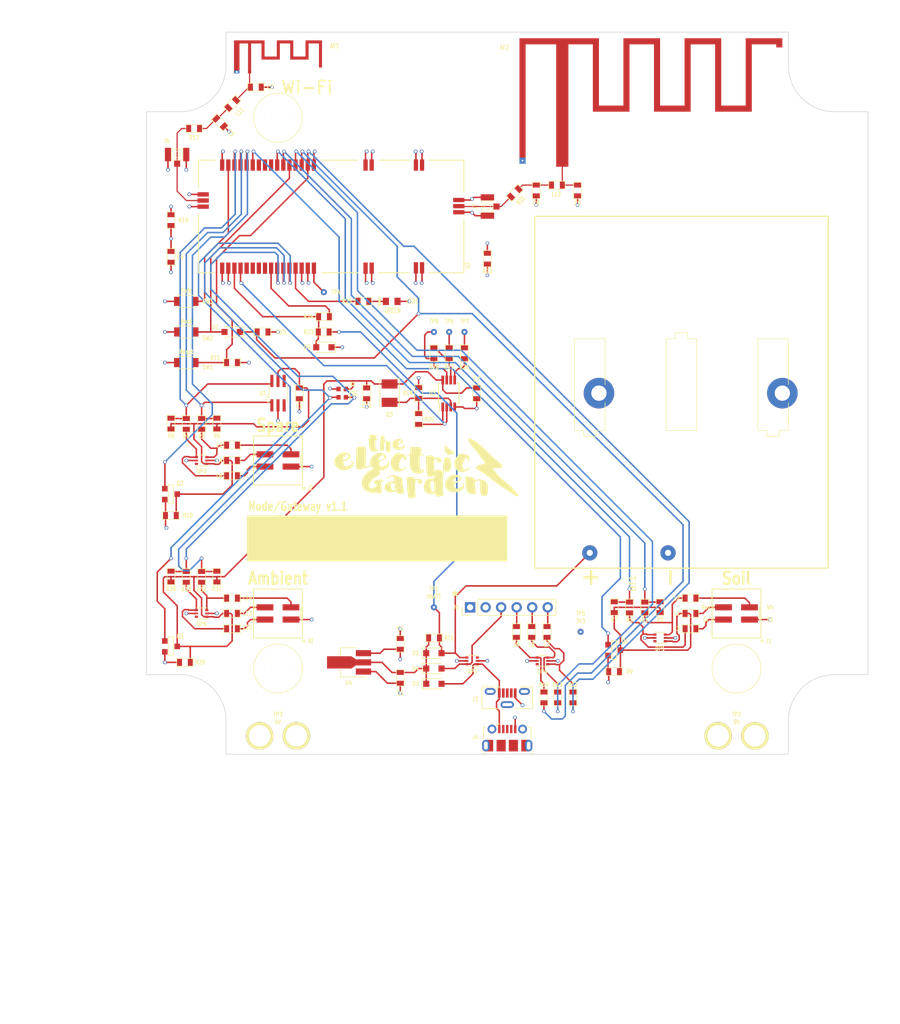
<source format=kicad_pcb>
(kicad_pcb (version 4) (host pcbnew 4.0.7-e2-6376~61~ubuntu18.04.1)
  (title_block (date 2018-08-09) (rev v1.1))
  (layers (0 F.Cu signal) (1 In1.Cu signal) (2 In2.Cu signal) (31 B.Cu signal) (34 B.Paste user) (35 F.Paste user) (36 B.SilkS user) (37 F.SilkS user) (38 B.Mask user) (39 F.Mask user) (44 Edge.Cuts user))
  (net 0 "")
  (net 1 /GND_WIFI)
  (net 2 "Net-(AE1-Pad1)")
  (net 3 /GND_LORA)
  (net 4 "Net-(AE2-Pad1)")
  (net 5 VDD2)
  (net 6 GND)
  (net 7 /VEXTB)
  (net 8 "Net-(C3-Pad1)")
  (net 9 VCC)
  (net 10 "Net-(C5-Pad1)")
  (net 11 /VEXTC)
  (net 12 "Net-(C8-Pad1)")
  (net 13 /DEBUG_RXD)
  (net 14 /BOOT)
  (net 15 "Net-(D3-Pad2)")
  (net 16 "Net-(D4-Pad2)")
  (net 17 /ADC_BATT)
  (net 18 /VEXTA)
  (net 19 "Net-(DP1-Pad3)")
  (net 20 "Net-(DP1-Pad4)")
  (net 21 "Net-(DP2-Pad3)")
  (net 22 "Net-(DP2-Pad4)")
  (net 23 /RESET)
  (net 24 /DEBUG_TXD)
  (net 25 "Net-(DP5-Pad3)")
  (net 26 "Net-(DP5-Pad4)")
  (net 27 "Net-(J1-Pad4)")
  (net 28 "Net-(J1-Pad3)")
  (net 29 "Net-(J1-Pad2)")
  (net 30 "Net-(J2-Pad4)")
  (net 31 "Net-(J2-Pad3)")
  (net 32 "Net-(J2-Pad2)")
  (net 33 "Net-(J6-Pad1)")
  (net 34 "Net-(LED1-Pad1)")
  (net 35 /I2CA_CTRL)
  (net 36 /I2CB_CTRL)
  (net 37 "Net-(Q3-Pad2)")
  (net 38 /I2CA_SDA)
  (net 39 /I2CA_SCL)
  (net 40 /I2CB_SDA)
  (net 41 /I2CB_SCL)
  (net 42 /VBATT_EN)
  (net 43 "Net-(R26-Pad1)")
  (net 44 "Net-(R26-Pad2)")
  (net 45 "Net-(R27-Pad1)")
  (net 46 /SAFE)
  (net 47 /ADC_LIGHT)
  (net 48 "Net-(DP4-Pad1)")
  (net 49 "Net-(DP4-Pad3)")
  (net 50 "Net-(DP4-Pad4)")
  (net 51 "Net-(J5-Pad4)")
  (net 52 "Net-(J5-Pad5)")
  (net 53 "Net-(J5-Pad6)")
  (net 54 "Net-(J7-Pad1)")
  (net 55 "Net-(J8-Pad4)")
  (net 56 "Net-(J8-Pad3)")
  (net 57 "Net-(J8-Pad2)")
  (net 58 /I2CC_CTRL)
  (net 59 /LED)
  (net 60 "Net-(R27-Pad2)")
  (net 61 "Net-(R28-Pad1)")
  (net 62 /I2CC_SCL)
  (net 63 /I2CC_SDA)
  (net 64 "Net-(TP4-Pad1)")
  (module TO_SOT_Packages_SMD:SOT-89-3_Handsoldering (layer F.Cu) (at 129.5 124 180)
    (fp_text reference U4 (at 0.45 -3.3 180) (layer F.SilkS) (effects (font (size 0.7 0.55) (thickness 0.12))))
    (fp_text value XC6203-SOT-89-3)
    (pad 1 smd rect (at -1.98 -1.5 90) (size 1 2.5) (layers F.Cu F.Paste F.Mask) (net 6 GND))
    (pad 2 smd rect (at -1.98 0 90) (size 1 2.5) (layers F.Cu F.Paste F.Mask) (net 10 "Net-(C5-Pad1)"))
    (pad 3 smd rect (at -1.98 1.5 90) (size 1 2.5) (layers F.Cu F.Paste F.Mask) (net 9 VCC))
    (pad 2 smd rect (at 1.98 0 90) (size 2 4) (layers F.Cu F.Paste F.Mask) (net 10 "Net-(C5-Pad1)"))
    (pad 2 smd trapezoid (at -0.37 0 270) (size 1.5 0.75) (rect_delta 0 0.5) (layers F.Cu F.Paste F.Mask) (net 10 "Net-(C5-Pad1)"))
  )
  (module "brush:Hirose-U.FL-R-SMT-1(40)" (layer F.Cu) (at 151.75 49.5 90)
    (fp_text reference J7 (at 0 -2 90) (layer F.SilkS) (effects (font (size 0.7 0.55) (thickness 0.12))))
    (fp_text value Conn_Coaxial)
    (pad 2 smd rect (at 1.5 0 90) (size 1 2.2) (layers F.Cu F.Paste F.Mask) (net 3 /GND_LORA))
    (pad 2 smd rect (at -1.5 0 90) (size 1 2.2) (layers F.Cu F.Paste F.Mask) (net 3 /GND_LORA))
    (pad 1 smd rect (at 0 1.5 90) (size 1 1) (layers F.Cu F.Paste F.Mask) (net 54 "Net-(J7-Pad1)"))
  )
  (module Connectors_USB:USB_Micro-B_Vertical_Molex-105133-0001 (layer F.Cu) (at 155 129.825)
    (fp_text reference J3 (at -5.25 0.175) (layer F.SilkS) (effects (font (size 0.7 0.55) (thickness 0.12))))
    (fp_text value "Micro USB vertical")
    (pad 3 smd rect (at 0 -0.825) (size 0.45 1.5) (layers F.Cu F.Paste F.Mask))
    (pad 4 smd rect (at 0.65 -0.825) (size 0.45 1.5) (layers F.Cu F.Paste F.Mask))
    (pad 2 smd rect (at -0.65 -0.825) (size 0.45 1.5) (layers F.Cu F.Paste F.Mask))
    (pad 5 smd rect (at 1.3 -0.825) (size 0.45 1.5) (layers F.Cu F.Paste F.Mask) (net 6 GND))
    (pad 1 smd rect (at -1.3 -0.825) (size 0.45 1.5) (layers F.Cu F.Paste F.Mask) (net 15 "Net-(D3-Pad2)"))
    (pad 6 thru_hole oval (at -2.8 -1.075) (size 1.8 1.1) (drill oval 1.2 0.5) (layers *.Cu *.Mask))
    (pad 6 thru_hole oval (at 2.8 -1.075) (size 1.8 1.1) (drill oval 1.2 0.5) (layers *.Cu *.Mask))
    (pad 6 thru_hole oval (at 0 1.075) (size 2.2 1.1) (drill oval 1.6 0.5) (layers *.Cu *.Mask))
  )
  (module brush:SM0603 (layer F.Cu) (at 121 80 270)
    (fp_text reference C1 (at 2.1 0 360) (layer F.SilkS) (effects (font (size 0.7 0.55) (thickness 0.12))))
    (fp_text value 100n hide)
    (pad 1 smd rect (at -0.85 0 270) (size 0.8 1.143) (layers F.Cu F.Paste F.Mask) (net 7 /VEXTB))
    (pad 2 smd rect (at 0.9 0 270) (size 0.8 1.143) (layers F.Cu F.Paste F.Mask) (net 6 GND))
  )
  (module brush:SM0603 (layer F.Cu) (at 113.85 30)
    (fp_text reference C2 (at 2.4 0 180) (layer F.SilkS) (effects (font (size 0.7 0.55) (thickness 0.12))))
    (fp_text value C hide)
    (pad 1 smd rect (at -0.85 0) (size 0.8 1.143) (layers F.Cu F.Paste F.Mask) (net 2 "Net-(AE1-Pad1)"))
    (pad 2 smd rect (at 0.9 0) (size 0.8 1.143) (layers F.Cu F.Paste F.Mask) (net 1 /GND_WIFI))
  )
  (module brush:SM0603 (layer F.Cu) (at 108 35.75 315)
    (fp_text reference C3 (at 2.5 0 495) (layer F.SilkS) (effects (font (size 0.7 0.55) (thickness 0.12))))
    (fp_text value C hide)
    (pad 1 smd rect (at -0.85 0 315) (size 0.8 1.143) (layers F.Cu F.Paste F.Mask) (net 8 "Net-(C3-Pad1)"))
    (pad 2 smd rect (at 0.9 0 315) (size 0.8 1.143) (layers F.Cu F.Paste F.Mask) (net 1 /GND_WIFI))
  )
  (module brush:SM0603 (layer F.Cu) (at 100 57.75 90)
    (fp_text reference C4 (at 0 1.5 180) (layer F.SilkS) (effects (font (size 0.7 0.55) (thickness 0.12))))
    (fp_text value 100n hide)
    (pad 1 smd rect (at -0.85 0 90) (size 0.8 1.143) (layers F.Cu F.Paste F.Mask) (net 9 VCC))
    (pad 2 smd rect (at 0.9 0 90) (size 0.8 1.143) (layers F.Cu F.Paste F.Mask) (net 6 GND))
  )
  (module brush:SM0603 (layer F.Cu) (at 137.5 126.5 270)
    (fp_text reference C5 (at 2.5 0 360) (layer F.SilkS) (effects (font (size 0.7 0.55) (thickness 0.12))))
    (fp_text value 10u hide)
    (pad 1 smd rect (at -0.85 0 270) (size 0.8 1.143) (layers F.Cu F.Paste F.Mask) (net 10 "Net-(C5-Pad1)"))
    (pad 2 smd rect (at 0.9 0 270) (size 0.8 1.143) (layers F.Cu F.Paste F.Mask) (net 6 GND))
  )
  (module brush:SM0603 (layer F.Cu) (at 137.5 121 90)
    (fp_text reference C6 (at 2.5 0 180) (layer F.SilkS) (effects (font (size 0.7 0.55) (thickness 0.12))))
    (fp_text value 10u hide)
    (pad 1 smd rect (at -0.85 0 90) (size 0.8 1.143) (layers F.Cu F.Paste F.Mask) (net 9 VCC))
    (pad 2 smd rect (at 0.9 0 90) (size 0.8 1.143) (layers F.Cu F.Paste F.Mask) (net 6 GND))
  )
  (module brush:SM0603 (layer F.Cu) (at 150 80 270)
    (fp_text reference C7 (at -2.25 0 360) (layer F.SilkS) (effects (font (size 0.7 0.55) (thickness 0.12))))
    (fp_text value 100n hide)
    (pad 1 smd rect (at -0.85 0 270) (size 0.8 1.143) (layers F.Cu F.Paste F.Mask) (net 11 /VEXTC))
    (pad 2 smd rect (at 0.9 0 270) (size 0.8 1.143) (layers F.Cu F.Paste F.Mask) (net 6 GND))
  )
  (module brush:SM0603 (layer F.Cu) (at 159.75 46.85 270)
    (fp_text reference C8 (at 2.1 0 360) (layer F.SilkS) (effects (font (size 0.7 0.55) (thickness 0.12))))
    (fp_text value C hide)
    (pad 1 smd rect (at -0.85 0 270) (size 0.8 1.143) (layers F.Cu F.Paste F.Mask) (net 12 "Net-(C8-Pad1)"))
    (pad 2 smd rect (at 0.9 0 270) (size 0.8 1.143) (layers F.Cu F.Paste F.Mask) (net 3 /GND_LORA))
  )
  (module brush:SM0603 (layer F.Cu) (at 166.5 46.85 270)
    (fp_text reference C9 (at 2.1 0 360) (layer F.SilkS) (effects (font (size 0.7 0.55) (thickness 0.12))))
    (fp_text value C hide)
    (pad 1 smd rect (at -0.85 0 270) (size 0.8 1.143) (layers F.Cu F.Paste F.Mask) (net 4 "Net-(AE2-Pad1)"))
    (pad 2 smd rect (at 0.9 0 270) (size 0.8 1.143) (layers F.Cu F.Paste F.Mask) (net 3 /GND_LORA))
  )
  (module TO_SOT_Packages_SMD:SOT-666 (layer F.Cu) (at 180 120 180)
    (fp_text reference DP1 (at 0 -1.75 180) (layer F.SilkS) (effects (font (size 0.7 0.55) (thickness 0.12))))
    (fp_text value PESD3V3L4UW,115)
    (pad 1 smd rect (at -0.85 -0.5375 180) (size 0.5 0.375) (layers F.Cu F.Paste F.Mask) (net 18 /VEXTA))
    (pad 3 smd rect (at -0.85 0.5375 180) (size 0.5 0.375) (layers F.Cu F.Paste F.Mask) (net 19 "Net-(DP1-Pad3)"))
    (pad 5 smd rect (at 0.925 0 180) (size 0.65 0.3) (layers F.Cu F.Paste F.Mask) (net 6 GND))
    (pad 2 smd rect (at -0.925 0 180) (size 0.65 0.3) (layers F.Cu F.Paste F.Mask) (net 6 GND))
    (pad 4 smd rect (at 0.85 0.5375 180) (size 0.5 0.375) (layers F.Cu F.Paste F.Mask) (net 20 "Net-(DP1-Pad4)"))
    (pad 6 smd rect (at 0.85 -0.5375 180) (size 0.5 0.375) (layers F.Cu F.Paste F.Mask))
  )
  (module TO_SOT_Packages_SMD:SOT-666 (layer F.Cu) (at 105 91 180)
    (fp_text reference DP2 (at 0 -1.75 180) (layer F.SilkS) (effects (font (size 0.7 0.55) (thickness 0.12))))
    (fp_text value PESD3V3L4UW,115)
    (pad 1 smd rect (at -0.85 -0.5375 180) (size 0.5 0.375) (layers F.Cu F.Paste F.Mask) (net 7 /VEXTB))
    (pad 3 smd rect (at -0.85 0.5375 180) (size 0.5 0.375) (layers F.Cu F.Paste F.Mask) (net 21 "Net-(DP2-Pad3)"))
    (pad 5 smd rect (at 0.925 0 180) (size 0.65 0.3) (layers F.Cu F.Paste F.Mask) (net 6 GND))
    (pad 2 smd rect (at -0.925 0 180) (size 0.65 0.3) (layers F.Cu F.Paste F.Mask) (net 6 GND))
    (pad 4 smd rect (at 0.85 0.5375 180) (size 0.5 0.375) (layers F.Cu F.Paste F.Mask) (net 22 "Net-(DP2-Pad4)"))
    (pad 6 smd rect (at 0.85 -0.5375 180) (size 0.5 0.375) (layers F.Cu F.Paste F.Mask))
  )
  (module TO_SOT_Packages_SMD:SOT-666 (layer F.Cu) (at 149.25 123.75 180)
    (fp_text reference DP3 (at 0 -1.75 180) (layer F.SilkS) (effects (font (size 0.7 0.55) (thickness 0.12))))
    (fp_text value PESD5V0L4UW,115)
    (pad 1 smd rect (at -0.85 -0.5375 180) (size 0.5 0.375) (layers F.Cu F.Paste F.Mask) (net 15 "Net-(D3-Pad2)"))
    (pad 3 smd rect (at -0.85 0.5375 180) (size 0.5 0.375) (layers F.Cu F.Paste F.Mask))
    (pad 5 smd rect (at 0.925 0 180) (size 0.65 0.3) (layers F.Cu F.Paste F.Mask) (net 6 GND))
    (pad 2 smd rect (at -0.925 0 180) (size 0.65 0.3) (layers F.Cu F.Paste F.Mask) (net 6 GND))
    (pad 4 smd rect (at 0.85 0.5375 180) (size 0.5 0.375) (layers F.Cu F.Paste F.Mask) (net 5 VDD2))
    (pad 6 smd rect (at 0.85 -0.5375 180) (size 0.5 0.375) (layers F.Cu F.Paste F.Mask) (net 16 "Net-(D4-Pad2)"))
  )
  (module TO_SOT_Packages_SMD:SOT-666 (layer F.Cu) (at 160.75 123.75 180)
    (fp_text reference DP4 (at 0 -1.75 180) (layer F.SilkS) (effects (font (size 0.7 0.55) (thickness 0.12))))
    (fp_text value PESD3V3L4UW,115)
    (pad 1 smd rect (at -0.85 -0.5375 180) (size 0.5 0.375) (layers F.Cu F.Paste F.Mask) (net 48 "Net-(DP4-Pad1)"))
    (pad 3 smd rect (at -0.85 0.5375 180) (size 0.5 0.375) (layers F.Cu F.Paste F.Mask) (net 49 "Net-(DP4-Pad3)"))
    (pad 5 smd rect (at 0.925 0 180) (size 0.65 0.3) (layers F.Cu F.Paste F.Mask) (net 6 GND))
    (pad 2 smd rect (at -0.925 0 180) (size 0.65 0.3) (layers F.Cu F.Paste F.Mask) (net 6 GND))
    (pad 4 smd rect (at 0.85 0.5375 180) (size 0.5 0.375) (layers F.Cu F.Paste F.Mask) (net 50 "Net-(DP4-Pad4)"))
    (pad 6 smd rect (at 0.85 -0.5375 180) (size 0.5 0.375) (layers F.Cu F.Paste F.Mask))
  )
  (module TO_SOT_Packages_SMD:SOT-666 (layer F.Cu) (at 105 116 180)
    (fp_text reference DP5 (at 0 -1.75 180) (layer F.SilkS) (effects (font (size 0.7 0.55) (thickness 0.12))))
    (fp_text value PESD3V3L4UW,115)
    (pad 1 smd rect (at -0.85 -0.5375 180) (size 0.5 0.375) (layers F.Cu F.Paste F.Mask) (net 11 /VEXTC))
    (pad 3 smd rect (at -0.85 0.5375 180) (size 0.5 0.375) (layers F.Cu F.Paste F.Mask) (net 25 "Net-(DP5-Pad3)"))
    (pad 5 smd rect (at 0.925 0 180) (size 0.65 0.3) (layers F.Cu F.Paste F.Mask) (net 6 GND))
    (pad 2 smd rect (at -0.925 0 180) (size 0.65 0.3) (layers F.Cu F.Paste F.Mask) (net 6 GND))
    (pad 4 smd rect (at 0.85 0.5375 180) (size 0.5 0.375) (layers F.Cu F.Paste F.Mask) (net 26 "Net-(DP5-Pad4)"))
    (pad 6 smd rect (at 0.85 -0.5375 180) (size 0.5 0.375) (layers F.Cu F.Paste F.Mask))
  )
  (module brush:Molex_Milligrid_02x2_2mm (layer F.Cu) (at 192.5 116 90)
    (fp_text reference J1 (at -4.5 5.25 180) (layer F.SilkS) (effects (font (size 0.7 0.55) (thickness 0.12))))
    (fp_text value "Molex Milligrid 2x2 2mm" hide)
    (pad 4 smd rect (at 1 -2.125 90) (size 1 2.75) (layers F.Cu F.Paste F.Mask) (net 27 "Net-(J1-Pad4)"))
    (pad 3 smd rect (at 1 2.125 90) (size 1 2.75) (layers F.Cu F.Paste F.Mask) (net 28 "Net-(J1-Pad3)"))
    (pad 2 smd rect (at -1 -2.125 90) (size 1 2.75) (layers F.Cu F.Paste F.Mask) (net 29 "Net-(J1-Pad2)"))
    (pad 1 smd rect (at -1 2.125 90) (size 1 2.75) (layers F.Cu F.Paste F.Mask) (net 6 GND))
  )
  (module brush:Molex_Milligrid_02x2_2mm (layer F.Cu) (at 117.5 91 90)
    (fp_text reference J2 (at -4.5 5.25 180) (layer F.SilkS) (effects (font (size 0.7 0.55) (thickness 0.12))))
    (fp_text value "Molex Milligrid 2x2 2mm" hide)
    (pad 4 smd rect (at 1 -2.125 90) (size 1 2.75) (layers F.Cu F.Paste F.Mask) (net 30 "Net-(J2-Pad4)"))
    (pad 3 smd rect (at 1 2.125 90) (size 1 2.75) (layers F.Cu F.Paste F.Mask) (net 31 "Net-(J2-Pad3)"))
    (pad 2 smd rect (at -1 -2.125 90) (size 1 2.75) (layers F.Cu F.Paste F.Mask) (net 32 "Net-(J2-Pad2)"))
    (pad 1 smd rect (at -1 2.125 90) (size 1 2.75) (layers F.Cu F.Paste F.Mask) (net 6 GND))
  )
  (module Socket_Strips:Socket_Strip_Straight_1x06_Pitch2.54mm (layer F.Cu) (at 148.92 115 90)
    (fp_text reference J5 (at 0 -2.33 180) (layer F.SilkS) (effects (font (size 0.7 0.55) (thickness 0.12))))
    (fp_text value FTDI)
    (pad 1 thru_hole rect (at 0 0 90) (size 1.7 1.7) (drill 1) (layers *.Cu *.Mask) (net 6 GND))
    (pad 2 thru_hole oval (at 0 2.54 90) (size 1.7 1.7) (drill 1) (layers *.Cu *.Mask))
    (pad 3 thru_hole oval (at 0 5.08 90) (size 1.7 1.7) (drill 1) (layers *.Cu *.Mask) (net 16 "Net-(D4-Pad2)"))
    (pad 4 thru_hole oval (at 0 7.62 90) (size 1.7 1.7) (drill 1) (layers *.Cu *.Mask) (net 51 "Net-(J5-Pad4)"))
    (pad 5 thru_hole oval (at 0 10.16 90) (size 1.7 1.7) (drill 1) (layers *.Cu *.Mask) (net 52 "Net-(J5-Pad5)"))
    (pad 6 thru_hole oval (at 0 12.7 90) (size 1.7 1.7) (drill 1) (layers *.Cu *.Mask) (net 53 "Net-(J5-Pad6)"))
  )
  (module "brush:Hirose-U.FL-R-SMT-1(40)" (layer F.Cu) (at 101 41)
    (fp_text reference J6 (at -1.75 -2.25) (layer F.SilkS) (effects (font (size 0.7 0.55) (thickness 0.12))))
    (fp_text value Conn_Coaxial)
    (pad 2 smd rect (at 1.5 0) (size 1 2.2) (layers F.Cu F.Paste F.Mask) (net 1 /GND_WIFI))
    (pad 2 smd rect (at -1.5 0) (size 1 2.2) (layers F.Cu F.Paste F.Mask) (net 1 /GND_WIFI))
    (pad 1 smd rect (at 0 1.5) (size 1 1) (layers F.Cu F.Paste F.Mask) (net 33 "Net-(J6-Pad1)"))
  )
  (module brush:Molex_Milligrid_02x2_2mm (layer F.Cu) (at 117.5 116 90)
    (fp_text reference J8 (at -4.5 5.25 180) (layer F.SilkS) (effects (font (size 0.7 0.55) (thickness 0.12))))
    (fp_text value "Molex Milligrid 2x2 2mm" hide)
    (pad 4 smd rect (at 1 -2.125 90) (size 1 2.75) (layers F.Cu F.Paste F.Mask) (net 55 "Net-(J8-Pad4)"))
    (pad 3 smd rect (at 1 2.125 90) (size 1 2.75) (layers F.Cu F.Paste F.Mask) (net 56 "Net-(J8-Pad3)"))
    (pad 2 smd rect (at -1 -2.125 90) (size 1 2.75) (layers F.Cu F.Paste F.Mask) (net 57 "Net-(J8-Pad2)"))
    (pad 1 smd rect (at -1 2.125 90) (size 1 2.75) (layers F.Cu F.Paste F.Mask) (net 6 GND))
  )
  (module brush:SM0603 (layer F.Cu) (at 185 116 180)
    (fp_text reference L1 (at 2.25 0 360) (layer F.SilkS) (effects (font (size 0.7 0.55) (thickness 0.12))))
    (fp_text value 1k@100MHz hide)
    (pad 1 smd rect (at -0.85 0 180) (size 0.8 1.143) (layers F.Cu F.Paste F.Mask) (net 27 "Net-(J1-Pad4)"))
    (pad 2 smd rect (at 0.9 0 180) (size 0.8 1.143) (layers F.Cu F.Paste F.Mask) (net 18 /VEXTA))
  )
  (module brush:SM0603 (layer F.Cu) (at 185 113.5 180)
    (fp_text reference L2 (at 2.25 0 360) (layer F.SilkS) (effects (font (size 0.7 0.55) (thickness 0.12))))
    (fp_text value 1k@100MHz hide)
    (pad 1 smd rect (at -0.85 0 180) (size 0.8 1.143) (layers F.Cu F.Paste F.Mask) (net 28 "Net-(J1-Pad3)"))
    (pad 2 smd rect (at 0.9 0 180) (size 0.8 1.143) (layers F.Cu F.Paste F.Mask) (net 19 "Net-(DP1-Pad3)"))
  )
  (module brush:SM0603 (layer F.Cu) (at 185 118.5 180)
    (fp_text reference L3 (at 2.25 0 360) (layer F.SilkS) (effects (font (size 0.7 0.55) (thickness 0.12))))
    (fp_text value 1k@100MHz hide)
    (pad 1 smd rect (at -0.85 0 180) (size 0.8 1.143) (layers F.Cu F.Paste F.Mask) (net 29 "Net-(J1-Pad2)"))
    (pad 2 smd rect (at 0.9 0 180) (size 0.8 1.143) (layers F.Cu F.Paste F.Mask) (net 20 "Net-(DP1-Pad4)"))
  )
  (module brush:SM0603 (layer F.Cu) (at 110 91 180)
    (fp_text reference L4 (at 2.1 0 360) (layer F.SilkS) (effects (font (size 0.7 0.55) (thickness 0.12))))
    (fp_text value 1k@100MHz hide)
    (pad 1 smd rect (at -0.85 0 180) (size 0.8 1.143) (layers F.Cu F.Paste F.Mask) (net 30 "Net-(J2-Pad4)"))
    (pad 2 smd rect (at 0.9 0 180) (size 0.8 1.143) (layers F.Cu F.Paste F.Mask) (net 7 /VEXTB))
  )
  (module brush:SM0603 (layer F.Cu) (at 110 88.5 180)
    (fp_text reference L5 (at 2.1 0 360) (layer F.SilkS) (effects (font (size 0.7 0.55) (thickness 0.12))))
    (fp_text value 1k@100MHz hide)
    (pad 1 smd rect (at -0.85 0 180) (size 0.8 1.143) (layers F.Cu F.Paste F.Mask) (net 31 "Net-(J2-Pad3)"))
    (pad 2 smd rect (at 0.9 0 180) (size 0.8 1.143) (layers F.Cu F.Paste F.Mask) (net 21 "Net-(DP2-Pad3)"))
  )
  (module brush:SM0603 (layer F.Cu) (at 110 93.5 180)
    (fp_text reference L6 (at 2.1 0 360) (layer F.SilkS) (effects (font (size 0.7 0.55) (thickness 0.12))))
    (fp_text value 1k@100MHz hide)
    (pad 1 smd rect (at -0.85 0 180) (size 0.8 1.143) (layers F.Cu F.Paste F.Mask) (net 32 "Net-(J2-Pad2)"))
    (pad 2 smd rect (at 0.9 0 180) (size 0.8 1.143) (layers F.Cu F.Paste F.Mask) (net 22 "Net-(DP2-Pad4)"))
  )
  (module brush:SM0603 (layer F.Cu) (at 110 32.75 45)
    (fp_text reference L11 (at 0 1.767767 225) (layer F.SilkS) (effects (font (size 0.7 0.55) (thickness 0.12))))
    (fp_text value 0R hide)
    (pad 1 smd rect (at -0.85 0 45) (size 0.8 1.143) (layers F.Cu F.Paste F.Mask) (net 8 "Net-(C3-Pad1)"))
    (pad 2 smd rect (at 0.9 0 45) (size 0.8 1.143) (layers F.Cu F.Paste F.Mask) (net 2 "Net-(AE1-Pad1)"))
  )
  (module brush:SM0603 (layer F.Cu) (at 163.1 46)
    (fp_text reference L12 (at -0.1 1.5 180) (layer F.SilkS) (effects (font (size 0.7 0.55) (thickness 0.12))))
    (fp_text value 0R hide)
    (pad 1 smd rect (at -0.85 0) (size 0.8 1.143) (layers F.Cu F.Paste F.Mask) (net 12 "Net-(C8-Pad1)"))
    (pad 2 smd rect (at 0.9 0) (size 0.8 1.143) (layers F.Cu F.Paste F.Mask) (net 4 "Net-(AE2-Pad1)"))
  )
  (module brush:SM0603 (layer F.Cu) (at 110 116 180)
    (fp_text reference L13 (at -2.5 0 360) (layer F.SilkS) (effects (font (size 0.7 0.55) (thickness 0.12))))
    (fp_text value 1k@100MHz hide)
    (pad 1 smd rect (at -0.85 0 180) (size 0.8 1.143) (layers F.Cu F.Paste F.Mask) (net 55 "Net-(J8-Pad4)"))
    (pad 2 smd rect (at 0.9 0 180) (size 0.8 1.143) (layers F.Cu F.Paste F.Mask) (net 11 /VEXTC))
  )
  (module brush:SM0603 (layer F.Cu) (at 110 113.5 180)
    (fp_text reference L14 (at -2.5 0 360) (layer F.SilkS) (effects (font (size 0.7 0.55) (thickness 0.12))))
    (fp_text value 1k@100MHz hide)
    (pad 1 smd rect (at -0.85 0 180) (size 0.8 1.143) (layers F.Cu F.Paste F.Mask) (net 56 "Net-(J8-Pad3)"))
    (pad 2 smd rect (at 0.9 0 180) (size 0.8 1.143) (layers F.Cu F.Paste F.Mask) (net 25 "Net-(DP5-Pad3)"))
  )
  (module brush:SM0603 (layer F.Cu) (at 110 118.5 180)
    (fp_text reference L15 (at -2.5 0.25 360) (layer F.SilkS) (effects (font (size 0.7 0.55) (thickness 0.12))))
    (fp_text value 1k@100MHz hide)
    (pad 1 smd rect (at -0.85 0 180) (size 0.8 1.143) (layers F.Cu F.Paste F.Mask) (net 57 "Net-(J8-Pad2)"))
    (pad 2 smd rect (at 0.9 0 180) (size 0.8 1.143) (layers F.Cu F.Paste F.Mask) (net 26 "Net-(DP5-Pad4)"))
  )
  (module brush:SOT23GDS (layer F.Cu) (at 172.5 122 90)
    (fp_text reference Q1 (at 1.5 1.75 180) (layer F.SilkS) (effects (font (size 0.7 0.55) (thickness 0.12))))
    (fp_text value DMP3160L hide)
    (pad S smd rect (at -0.889 -1.016 90) (size 0.9144 0.9144) (layers F.Cu F.Paste F.Mask) (net 9 VCC))
    (pad G smd rect (at 0.889 -1.016 90) (size 0.9144 0.9144) (layers F.Cu F.Paste F.Mask) (net 35 /I2CA_CTRL))
    (pad D smd rect (at 0 1.016 90) (size 0.9144 0.9144) (layers F.Cu F.Paste F.Mask) (net 18 /VEXTA))
  )
  (module brush:SOT23GDS (layer F.Cu) (at 100 96.5 90)
    (fp_text reference Q2 (at 1.75 1.5 180) (layer F.SilkS) (effects (font (size 0.7 0.55) (thickness 0.12))))
    (fp_text value DMP3160L hide)
    (pad S smd rect (at -0.889 -1.016 90) (size 0.9144 0.9144) (layers F.Cu F.Paste F.Mask) (net 9 VCC))
    (pad G smd rect (at 0.889 -1.016 90) (size 0.9144 0.9144) (layers F.Cu F.Paste F.Mask) (net 36 /I2CB_CTRL))
    (pad D smd rect (at 0 1.016 90) (size 0.9144 0.9144) (layers F.Cu F.Paste F.Mask) (net 7 /VEXTB))
  )
  (module brush:SOT23GDS (layer F.Cu) (at 100 121.389 90)
    (fp_text reference Q5 (at 1.639 1.5 180) (layer F.SilkS) (effects (font (size 0.7 0.55) (thickness 0.12))))
    (fp_text value DMP3160L hide)
    (pad S smd rect (at -0.889 -1.016 90) (size 0.9144 0.9144) (layers F.Cu F.Paste F.Mask) (net 9 VCC))
    (pad G smd rect (at 0.889 -1.016 90) (size 0.9144 0.9144) (layers F.Cu F.Paste F.Mask) (net 58 /I2CC_CTRL))
    (pad D smd rect (at 0 1.016 90) (size 0.9144 0.9144) (layers F.Cu F.Paste F.Mask) (net 11 /VEXTC))
  )
  (module brush:SM0603 (layer F.Cu) (at 180 115 90)
    (fp_text reference R5 (at -2 0 180) (layer F.SilkS) (effects (font (size 0.7 0.55) (thickness 0.12))))
    (fp_text value 4k7 hide)
    (pad 1 smd rect (at -0.85 0 90) (size 0.8 1.143) (layers F.Cu F.Paste F.Mask) (net 18 /VEXTA))
    (pad 2 smd rect (at 0.9 0 90) (size 0.8 1.143) (layers F.Cu F.Paste F.Mask) (net 38 /I2CA_SDA))
  )
  (module brush:SM0603 (layer F.Cu) (at 107.5 85 90)
    (fp_text reference R6 (at -2 0 180) (layer F.SilkS) (effects (font (size 0.7 0.55) (thickness 0.12))))
    (fp_text value 4k7 hide)
    (pad 1 smd rect (at -0.85 0 90) (size 0.8 1.143) (layers F.Cu F.Paste F.Mask) (net 7 /VEXTB))
    (pad 2 smd rect (at 0.9 0 90) (size 0.8 1.143) (layers F.Cu F.Paste F.Mask) (net 40 /I2CB_SDA))
  )
  (module brush:SM0603 (layer F.Cu) (at 172.5 115 90)
    (fp_text reference R7 (at -2 0 180) (layer F.SilkS) (effects (font (size 0.7 0.55) (thickness 0.12))))
    (fp_text value 4k7 hide)
    (pad 1 smd rect (at -0.85 0 90) (size 0.8 1.143) (layers F.Cu F.Paste F.Mask) (net 18 /VEXTA))
    (pad 2 smd rect (at 0.9 0 90) (size 0.8 1.143) (layers F.Cu F.Paste F.Mask) (net 39 /I2CA_SCL))
  )
  (module brush:SM0603 (layer F.Cu) (at 100 85 90)
    (fp_text reference R8 (at -2 0 180) (layer F.SilkS) (effects (font (size 0.7 0.55) (thickness 0.12))))
    (fp_text value 4k7 hide)
    (pad 1 smd rect (at -0.85 0 90) (size 0.8 1.143) (layers F.Cu F.Paste F.Mask) (net 7 /VEXTB))
    (pad 2 smd rect (at 0.9 0 90) (size 0.8 1.143) (layers F.Cu F.Paste F.Mask) (net 41 /I2CB_SCL))
  )
  (module brush:SM0603 (layer F.Cu) (at 177.5 115 270)
    (fp_text reference R1 (at 2.1 0 360) (layer F.SilkS) (effects (font (size 0.7 0.55) (thickness 0.12))))
    (fp_text value 22R hide)
    (pad 1 smd rect (at -0.85 0 270) (size 0.8 1.143) (layers F.Cu F.Paste F.Mask) (net 38 /I2CA_SDA))
    (pad 2 smd rect (at 0.9 0 270) (size 0.8 1.143) (layers F.Cu F.Paste F.Mask) (net 19 "Net-(DP1-Pad3)"))
  )
  (module brush:SM0603 (layer F.Cu) (at 175 115 270)
    (fp_text reference R2 (at 2.1 0 360) (layer F.SilkS) (effects (font (size 0.7 0.55) (thickness 0.12))))
    (fp_text value 22R hide)
    (pad 1 smd rect (at -0.85 0 270) (size 0.8 1.143) (layers F.Cu F.Paste F.Mask) (net 39 /I2CA_SCL))
    (pad 2 smd rect (at 0.9 0 270) (size 0.8 1.143) (layers F.Cu F.Paste F.Mask) (net 20 "Net-(DP1-Pad4)"))
  )
  (module brush:SM0603 (layer F.Cu) (at 105 85 270)
    (fp_text reference R3 (at 2.1 0 360) (layer F.SilkS) (effects (font (size 0.7 0.55) (thickness 0.12))))
    (fp_text value 22R hide)
    (pad 1 smd rect (at -0.85 0 270) (size 0.8 1.143) (layers F.Cu F.Paste F.Mask) (net 40 /I2CB_SDA))
    (pad 2 smd rect (at 0.9 0 270) (size 0.8 1.143) (layers F.Cu F.Paste F.Mask) (net 21 "Net-(DP2-Pad3)"))
  )
  (module brush:SM0603 (layer F.Cu) (at 102.5 85 270)
    (fp_text reference R4 (at 2.1 0 360) (layer F.SilkS) (effects (font (size 0.7 0.55) (thickness 0.12))))
    (fp_text value 22R hide)
    (pad 1 smd rect (at -0.85 0 270) (size 0.8 1.143) (layers F.Cu F.Paste F.Mask) (net 41 /I2CB_SCL))
    (pad 2 smd rect (at 0.9 0 270) (size 0.8 1.143) (layers F.Cu F.Paste F.Mask) (net 22 "Net-(DP2-Pad4)"))
  )
  (module brush:SM0603 (layer F.Cu) (at 172.5 125.5 180)
    (fp_text reference R9 (at -2.5 0 360) (layer F.SilkS) (effects (font (size 0.7 0.55) (thickness 0.12))))
    (fp_text value 0R hide)
    (pad 1 smd rect (at -0.85 0 180) (size 0.8 1.143) (layers F.Cu F.Paste F.Mask) (net 18 /VEXTA))
    (pad 2 smd rect (at 0.9 0 180) (size 0.8 1.143) (layers F.Cu F.Paste F.Mask) (net 9 VCC))
  )
  (module brush:SM0603 (layer F.Cu) (at 100 100 180)
    (fp_text reference R10 (at -2.75 0 360) (layer F.SilkS) (effects (font (size 0.7 0.55) (thickness 0.12))))
    (fp_text value 0R hide)
    (pad 1 smd rect (at -0.85 0 180) (size 0.8 1.143) (layers F.Cu F.Paste F.Mask) (net 7 /VEXTB))
    (pad 2 smd rect (at 0.9 0 180) (size 0.8 1.143) (layers F.Cu F.Paste F.Mask) (net 9 VCC))
  )
  (module brush:SM0603 (layer F.Cu) (at 115 70 180)
    (fp_text reference R15 (at -3 0 360) (layer F.SilkS) (effects (font (size 0.7 0.55) (thickness 0.12))))
    (fp_text value 4k7 hide)
    (pad 1 smd rect (at -0.85 0 180) (size 0.8 1.143) (layers F.Cu F.Paste F.Mask) (net 9 VCC))
    (pad 2 smd rect (at 0.9 0 180) (size 0.8 1.143) (layers F.Cu F.Paste F.Mask) (net 13 /DEBUG_RXD))
  )
  (module brush:SM0603 (layer F.Cu) (at 103.75 36.75)
    (fp_text reference R17 (at 0 1.5 180) (layer F.SilkS) (effects (font (size 0.7 0.55) (thickness 0.12))))
    (fp_text value 0R hide)
    (pad 1 smd rect (at -0.85 0) (size 0.8 1.143) (layers F.Cu F.Paste F.Mask) (net 33 "Net-(J6-Pad1)"))
    (pad 2 smd rect (at 0.9 0) (size 0.8 1.143) (layers F.Cu F.Paste F.Mask) (net 8 "Net-(C3-Pad1)"))
  )
  (module brush:SM0603 (layer F.Cu) (at 143 120)
    (fp_text reference R16 (at 2.5 0 180) (layer F.SilkS) (effects (font (size 0.7 0.55) (thickness 0.12))))
    (fp_text value 1k hide)
    (pad 1 smd rect (at -0.85 0) (size 0.8 1.143) (layers F.Cu F.Paste F.Mask) (net 10 "Net-(C5-Pad1)"))
    (pad 2 smd rect (at 0.9 0) (size 0.8 1.143) (layers F.Cu F.Paste F.Mask) (net 5 VDD2))
  )
  (module brush:SM0603 (layer F.Cu) (at 140.5 80 90)
    (fp_text reference R18 (at 0 -1.75 180) (layer F.SilkS) (effects (font (size 0.7 0.55) (thickness 0.12))))
    (fp_text value 68k hide)
    (pad 1 smd rect (at -0.85 0 90) (size 0.8 1.143) (layers F.Cu F.Paste F.Mask) (net 37 "Net-(Q3-Pad2)"))
    (pad 2 smd rect (at 0.9 0 90) (size 0.8 1.143) (layers F.Cu F.Paste F.Mask) (net 6 GND))
  )
  (module brush:SM0603 (layer F.Cu) (at 100 51.75 90)
    (fp_text reference R19 (at 0 2 180) (layer F.SilkS) (effects (font (size 0.7 0.55) (thickness 0.12))))
    (fp_text value 0R hide)
    (pad 1 smd rect (at -0.85 0 90) (size 0.8 1.143) (layers F.Cu F.Paste F.Mask) (net 6 GND))
    (pad 2 smd rect (at 0.9 0 90) (size 0.8 1.143) (layers F.Cu F.Paste F.Mask) (net 1 /GND_WIFI))
  )
  (module brush:SM0603 (layer F.Cu) (at 156.25 47.25 225)
    (fp_text reference R21 (at 0.176777 -1.59099 225) (layer F.SilkS) (effects (font (size 0.7 0.55) (thickness 0.12))))
    (fp_text value 0R hide)
    (pad 1 smd rect (at -0.85 0 225) (size 0.8 1.143) (layers F.Cu F.Paste F.Mask) (net 12 "Net-(C8-Pad1)"))
    (pad 2 smd rect (at 0.9 0 225) (size 0.8 1.143) (layers F.Cu F.Paste F.Mask) (net 54 "Net-(J7-Pad1)"))
  )
  (module brush:SM0603 (layer F.Cu) (at 151.75 58 270)
    (fp_text reference R22 (at 2.1 0 360) (layer F.SilkS) (effects (font (size 0.7 0.55) (thickness 0.12))))
    (fp_text value 0R hide)
    (pad 1 smd rect (at -0.85 0 270) (size 0.8 1.143) (layers F.Cu F.Paste F.Mask) (net 3 /GND_LORA))
    (pad 2 smd rect (at 0.9 0 270) (size 0.8 1.143) (layers F.Cu F.Paste F.Mask) (net 6 GND))
  )
  (module brush:SM0603 (layer F.Cu) (at 131.5 65 180)
    (fp_text reference R25 (at 2.75 0 360) (layer F.SilkS) (effects (font (size 0.7 0.55) (thickness 0.12))))
    (fp_text value 330R hide)
    (pad 1 smd rect (at -0.85 0 180) (size 0.8 1.143) (layers F.Cu F.Paste F.Mask) (net 34 "Net-(LED1-Pad1)"))
    (pad 2 smd rect (at 0.9 0 180) (size 0.8 1.143) (layers F.Cu F.Paste F.Mask) (net 59 /LED))
  )
  (module brush:SM0603 (layer F.Cu) (at 125 70 180)
    (fp_text reference R23 (at 2.5 0 360) (layer F.SilkS) (effects (font (size 0.7 0.55) (thickness 0.12))))
    (fp_text value 1M hide)
    (pad 1 smd rect (at -0.85 0 180) (size 0.8 1.143) (layers F.Cu F.Paste F.Mask) (net 5 VDD2))
    (pad 2 smd rect (at 0.9 0 180) (size 0.8 1.143) (layers F.Cu F.Paste F.Mask) (net 17 /ADC_BATT))
  )
  (module brush:SM0603 (layer F.Cu) (at 125 67.5)
    (fp_text reference R24 (at -2.5 0 180) (layer F.SilkS) (effects (font (size 0.7 0.55) (thickness 0.12))))
    (fp_text value 510k hide)
    (pad 1 smd rect (at -0.85 0) (size 0.8 1.143) (layers F.Cu F.Paste F.Mask) (net 17 /ADC_BATT))
    (pad 2 smd rect (at 0.9 0) (size 0.8 1.143) (layers F.Cu F.Paste F.Mask) (net 42 /VBATT_EN))
  )
  (module brush:SM0603 (layer F.Cu) (at 148 73.5 90)
    (fp_text reference R26 (at -2.25 0 180) (layer F.SilkS) (effects (font (size 0.7 0.55) (thickness 0.12))))
    (fp_text value 1k hide)
    (pad 1 smd rect (at -0.85 0 90) (size 0.8 1.143) (layers F.Cu F.Paste F.Mask) (net 43 "Net-(R26-Pad1)"))
    (pad 2 smd rect (at 0.9 0 90) (size 0.8 1.143) (layers F.Cu F.Paste F.Mask) (net 44 "Net-(R26-Pad2)"))
  )
  (module brush:SM0603 (layer F.Cu) (at 145.5 73.5 90)
    (fp_text reference R27 (at -2.25 0 180) (layer F.SilkS) (effects (font (size 0.7 0.55) (thickness 0.12))))
    (fp_text value 1k hide)
    (pad 1 smd rect (at -0.85 0 90) (size 0.8 1.143) (layers F.Cu F.Paste F.Mask) (net 45 "Net-(R27-Pad1)"))
    (pad 2 smd rect (at 0.9 0 90) (size 0.8 1.143) (layers F.Cu F.Paste F.Mask) (net 60 "Net-(R27-Pad2)"))
  )
  (module brush:SM0603 (layer F.Cu) (at 143 73.5 90)
    (fp_text reference R28 (at -2.25 0 180) (layer F.SilkS) (effects (font (size 0.7 0.55) (thickness 0.12))))
    (fp_text value 1k hide)
    (pad 1 smd rect (at -0.85 0 90) (size 0.8 1.143) (layers F.Cu F.Paste F.Mask) (net 61 "Net-(R28-Pad1)"))
    (pad 2 smd rect (at 0.9 0 90) (size 0.8 1.143) (layers F.Cu F.Paste F.Mask) (net 45 "Net-(R27-Pad1)"))
  )
  (module brush:SM0603 (layer F.Cu) (at 102.25 124)
    (fp_text reference R29 (at 2.5 0 180) (layer F.SilkS) (effects (font (size 0.7 0.55) (thickness 0.12))))
    (fp_text value 0R hide)
    (pad 1 smd rect (at -0.85 0) (size 0.8 1.143) (layers F.Cu F.Paste F.Mask) (net 9 VCC))
    (pad 2 smd rect (at 0.9 0) (size 0.8 1.143) (layers F.Cu F.Paste F.Mask) (net 11 /VEXTC))
  )
  (module brush:SM0603 (layer F.Cu) (at 105 110 270)
    (fp_text reference R32 (at 2.1 0 360) (layer F.SilkS) (effects (font (size 0.7 0.55) (thickness 0.12))))
    (fp_text value 22R hide)
    (pad 1 smd rect (at -0.85 0 270) (size 0.8 1.143) (layers F.Cu F.Paste F.Mask) (net 63 /I2CC_SDA))
    (pad 2 smd rect (at 0.9 0 270) (size 0.8 1.143) (layers F.Cu F.Paste F.Mask) (net 25 "Net-(DP5-Pad3)"))
  )
  (module brush:SM0603 (layer F.Cu) (at 102.5 110 270)
    (fp_text reference R33 (at 2.1 0 360) (layer F.SilkS) (effects (font (size 0.7 0.55) (thickness 0.12))))
    (fp_text value 22R hide)
    (pad 1 smd rect (at -0.85 0 270) (size 0.8 1.143) (layers F.Cu F.Paste F.Mask) (net 62 /I2CC_SCL))
    (pad 2 smd rect (at 0.9 0 270) (size 0.8 1.143) (layers F.Cu F.Paste F.Mask) (net 26 "Net-(DP5-Pad4)"))
  )
  (module brush:SM0603 (layer F.Cu) (at 100 110 90)
    (fp_text reference R30 (at -2 0 180) (layer F.SilkS) (effects (font (size 0.7 0.55) (thickness 0.12))))
    (fp_text value 4k7 hide)
    (pad 1 smd rect (at -0.85 0 90) (size 0.8 1.143) (layers F.Cu F.Paste F.Mask) (net 11 /VEXTC))
    (pad 2 smd rect (at 0.9 0 90) (size 0.8 1.143) (layers F.Cu F.Paste F.Mask) (net 62 /I2CC_SCL))
  )
  (module brush:SM0603 (layer F.Cu) (at 107.5 110 90)
    (fp_text reference R31 (at -2 0 180) (layer F.SilkS) (effects (font (size 0.7 0.55) (thickness 0.12))))
    (fp_text value 4k7 hide)
    (pad 1 smd rect (at -0.85 0 90) (size 0.8 1.143) (layers F.Cu F.Paste F.Mask) (net 11 /VEXTC))
    (pad 2 smd rect (at 0.9 0 90) (size 0.8 1.143) (layers F.Cu F.Paste F.Mask) (net 63 /I2CC_SDA))
  )
  (module brush:Testpoint-1mm-TH (layer F.Cu) (at 143 115)
    (fp_text reference TP1 (at 0 -3) (layer F.SilkS) (effects (font (size 0.7 0.55) (thickness 0.12))))
    (fp_text value VBATT (at 0 -1.75) (layer F.SilkS) (effects (font (size 0.7 0.55) (thickness 0.12))))
    (pad 1 thru_hole circle (at 0 0) (size 1 1) (drill 0.4) (layers *.Cu *.Mask) (net 5 VDD2))
  )
  (module brush:Testpoint-1mm-TH (layer F.Cu) (at 167 119)
    (fp_text reference TP5 (at 0 -3) (layer F.SilkS) (effects (font (size 0.7 0.55) (thickness 0.12))))
    (fp_text value 3V3 (at 0 -1.75) (layer F.SilkS) (effects (font (size 0.7 0.55) (thickness 0.12))))
    (pad 1 thru_hole circle (at 0 0) (size 1 1) (drill 0.4) (layers *.Cu *.Mask) (net 9 VCC))
  )
  (module brush:Testpoint-1mm-TH (layer F.Cu) (at 145.5 70 90)
    (fp_text reference TP6 (at 1.75 0 180) (layer F.SilkS) (effects (font (size 0.7 0.55) (thickness 0.12))))
    (fp_text value A-)
    (pad 1 thru_hole circle (at 0 0 90) (size 1 1) (drill 0.4) (layers *.Cu *.Mask) (net 60 "Net-(R27-Pad2)"))
  )
  (module brush:Testpoint-1mm-TH (layer F.Cu) (at 148 70 90)
    (fp_text reference TP7 (at 1.75 0 180) (layer F.SilkS) (effects (font (size 0.7 0.55) (thickness 0.12))))
    (fp_text value A+)
    (pad 1 thru_hole circle (at 0 0 90) (size 1 1) (drill 0.4) (layers *.Cu *.Mask) (net 44 "Net-(R26-Pad2)"))
  )
  (module brush:Testpoint-1mm-TH (layer F.Cu) (at 143 70 90)
    (fp_text reference TP8 (at 1.75 0 180) (layer F.SilkS) (effects (font (size 0.7 0.55) (thickness 0.12))))
    (fp_text value Aout)
    (pad 1 thru_hole circle (at 0 0 90) (size 1 1) (drill 0.4) (layers *.Cu *.Mask) (net 61 "Net-(R28-Pad1)"))
  )
  (module brush:WSON6 (layer F.Cu) (at 117.5 80)
    (fp_text reference U1 (at -2.5 0 180) (layer F.SilkS) (effects (font (size 0.7 0.55) (thickness 0.12))))
    (fp_text value HDC2080)
    (pad 2 smd rect (at 0 1.5) (size 0.5 2) (drill (offset 0 0.5)) (layers F.Cu F.Paste F.Mask) (net 6 GND))
    (pad 3 smd rect (at 1 1.5) (size 0.5 2) (drill (offset 0 0.5)) (layers F.Cu F.Paste F.Mask))
    (pad 4 smd rect (at 1 -1.5) (size 0.5 2) (drill (offset 0 -0.5)) (layers F.Cu F.Paste F.Mask))
    (pad 5 smd rect (at 0 -1.5) (size 0.5 2) (drill (offset 0 -0.5)) (layers F.Cu F.Paste F.Mask) (net 7 /VEXTB))
    (pad 6 smd rect (at -1 -1.5) (size 0.5 2) (drill (offset 0 -0.5)) (layers F.Cu F.Paste F.Mask) (net 41 /I2CB_SCL))
    (pad 1 smd rect (at -1 1.5) (size 0.5 2) (drill (offset 0 0.5)) (layers F.Cu F.Paste F.Mask) (net 40 /I2CB_SDA))
  )
  (module Housings_SSOP:MSOP-8_3x3mm_Pitch0.65mm (layer F.Cu) (at 145.428362 80.058194 90)
    (fp_text reference U3 (at 0.058194 -2.678362 180) (layer F.SilkS) (effects (font (size 0.7 0.55) (thickness 0.12))))
    (fp_text value LM358)
    (pad 1 smd rect (at -2.2 -0.975 90) (size 1.45 0.45) (layers F.Cu F.Paste F.Mask) (net 47 /ADC_LIGHT))
    (pad 2 smd rect (at -2.2 -0.325 90) (size 1.45 0.45) (layers F.Cu F.Paste F.Mask) (net 47 /ADC_LIGHT))
    (pad 3 smd rect (at -2.2 0.325 90) (size 1.45 0.45) (layers F.Cu F.Paste F.Mask) (net 37 "Net-(Q3-Pad2)"))
    (pad 4 smd rect (at -2.2 0.975 90) (size 1.45 0.45) (layers F.Cu F.Paste F.Mask) (net 6 GND))
    (pad 5 smd rect (at 2.2 0.975 90) (size 1.45 0.45) (layers F.Cu F.Paste F.Mask) (net 43 "Net-(R26-Pad1)"))
    (pad 6 smd rect (at 2.2 0.325 90) (size 1.45 0.45) (layers F.Cu F.Paste F.Mask) (net 45 "Net-(R27-Pad1)"))
    (pad 7 smd rect (at 2.2 -0.325 90) (size 1.45 0.45) (layers F.Cu F.Paste F.Mask) (net 61 "Net-(R28-Pad1)"))
    (pad 8 smd rect (at 2.2 -0.975 90) (size 1.45 0.45) (layers F.Cu F.Paste F.Mask) (net 11 /VEXTC))
  )
  (module brush:Boxco-gland (layer F.Cu) (at 135 144 180)
    (fp_text reference G1)
    (fp_text value MOUNT)
  )
  (module brush:Boxco-gland (layer F.Cu) (at 175 144 180)
    (fp_text reference G2)
    (fp_text value MOUNT)
  )
  (module RF_Antennas:Texas_SWRA117D_2.4GHz_Right (layer F.Cu) (at 112.85 27.5)
    (fp_text reference AE1 (at 13.9 -4.25) (layer F.SilkS) (effects (font (size 0.7 0.55) (thickness 0.12))))
    (fp_text value Wi-Fi (at 9.4 2.5) (layer F.SilkS) (effects (font (size 2 2) (thickness 0.3))))
    (fp_poly (pts (xy 2.45 -2.51) (xy 4.45 -2.51) (xy 4.45 -5.15) (xy 7.15 -5.15) (xy 7.15 -2.51) (xy 9.15 -2.51) (xy 9.15 -5.15) (xy 11.85 -5.15) (xy 11.85 -0.71) (xy 11.35 -0.71) (xy 11.35 -4.65) (xy 9.65 -4.65) (xy 9.65 -2.01) (xy 6.65 -2.01) (xy 6.65 -4.65) (xy 4.95 -4.65) (xy 4.95 -2.01) (xy 1.95 -2.01) (xy 1.95 -4.65) (xy 0.25 -4.65) (xy 0.25 0.25) (xy -0.25 0.25) (xy -0.25 -4.65) (xy -1.65 -4.65) (xy -1.65 0.25) (xy -2.55 0.25) (xy -2.55 0.006785) (xy -2.247583 0.006785) (xy -2.237742 0.054395) (xy -2.213674 0.096797) (xy -2.175731 0.129581) (xy -2.167819 0.133935) (xy -2.125156 0.146043) (xy -2.076637 0.1453) (xy -2.031122 0.1324) (xy -2.012511 0.121787) (xy -1.978868 0.086553) (xy -1.958309 0.041368) (xy -1.951778 -0.008158) (xy -1.960218 -0.056417) (xy -1.977112 -0.088643) (xy -2.012372 -0.121313) (xy -2.057682 -0.141408) (xy -2.107267 -0.147982) (xy -2.155353 -0.140092) (xy -2.188245 -0.123186) (xy -2.223185 -0.086416) (xy -2.242847 -0.041622) (xy -2.247583 0.006785) (xy -2.55 0.006785) (xy -2.55 -5.15) (xy 2.45 -5.15) (xy 2.45 -2.51)) (layer F.Cu) (width 0))
    (pad 2 thru_hole rect (at -2.1 0) (size 0.9 0.5) (drill 0.3) (layers *.Cu) (net 1 /GND_WIFI))
    (pad 1 connect rect (at 0 0) (size 0.5 0.5) (layers F.Cu) (net 2 "Net-(AE1-Pad1)"))
  )
  (module brush:Testpoint-1mm-TH (layer F.Cu) (at 125 63.5)
    (fp_text reference TP4 (at 2 0) (layer F.SilkS) (effects (font (size 0.7 0.55) (thickness 0.12))))
    (fp_text value Aout)
    (pad 1 thru_hole circle (at 0 0) (size 1 1) (drill 0.4) (layers *.Cu *.Mask) (net 64 "Net-(TP4-Pad1)"))
  )
  (module LEDs:LED_PLCC-2 (layer F.Cu) (at 135.75 80 270)
    (fp_text reference Q3 (at 3.5 0 360) (layer F.SilkS) (effects (font (size 0.7 0.55) (thickness 0.12))))
    (fp_text value "LS06-S PLCC-2")
    (pad 1 smd rect (at -1.5 0 270) (size 1.5 2.6) (layers F.Cu F.Paste F.Mask) (net 11 /VEXTC))
    (pad 2 smd rect (at 1.5 0 270) (size 1.5 2.6) (layers F.Cu F.Paste F.Mask) (net 37 "Net-(Q3-Pad2)"))
  )
  (module brush:SM0603 (layer F.Cu) (at 132 80 270)
    (fp_text reference C10 (at 2.1 0 360) (layer F.SilkS) (effects (font (size 0.7 0.55) (thickness 0.12))))
    (fp_text value 100n hide)
    (pad 1 smd rect (at -0.85 0 270) (size 0.8 1.143) (layers F.Cu F.Paste F.Mask) (net 11 /VEXTC))
    (pad 2 smd rect (at 0.9 0 270) (size 0.8 1.143) (layers F.Cu F.Paste F.Mask) (net 6 GND))
  )
  (module brush:SM0603 (layer F.Cu) (at 161.5 119 270)
    (fp_text reference L7 (at 2.1 0 360) (layer F.SilkS) (effects (font (size 0.7 0.55) (thickness 0.12))))
    (fp_text value 1k@100MHz hide)
    (pad 1 smd rect (at -0.85 0 270) (size 0.8 1.143) (layers F.Cu F.Paste F.Mask) (net 53 "Net-(J5-Pad6)"))
    (pad 2 smd rect (at 0.9 0 270) (size 0.8 1.143) (layers F.Cu F.Paste F.Mask) (net 48 "Net-(DP4-Pad1)"))
  )
  (module brush:SM0603 (layer F.Cu) (at 159 119 270)
    (fp_text reference L8 (at 2.1 0 360) (layer F.SilkS) (effects (font (size 0.7 0.55) (thickness 0.12))))
    (fp_text value 1k@100MHz hide)
    (pad 1 smd rect (at -0.85 0 270) (size 0.8 1.143) (layers F.Cu F.Paste F.Mask) (net 52 "Net-(J5-Pad5)"))
    (pad 2 smd rect (at 0.9 0 270) (size 0.8 1.143) (layers F.Cu F.Paste F.Mask) (net 49 "Net-(DP4-Pad3)"))
  )
  (module brush:SM0603 (layer F.Cu) (at 156.5 119 270)
    (fp_text reference L9 (at 2.1 0 360) (layer F.SilkS) (effects (font (size 0.7 0.55) (thickness 0.12))))
    (fp_text value 1k@100MHz hide)
    (pad 1 smd rect (at -0.85 0 270) (size 0.8 1.143) (layers F.Cu F.Paste F.Mask) (net 51 "Net-(J5-Pad4)"))
    (pad 2 smd rect (at 0.9 0 270) (size 0.8 1.143) (layers F.Cu F.Paste F.Mask) (net 50 "Net-(DP4-Pad4)"))
  )
  (module brush:SM0603 (layer F.Cu) (at 110 75 180)
    (fp_text reference R11 (at 2.75 0.75 360) (layer F.SilkS) (effects (font (size 0.7 0.55) (thickness 0.12))))
    (fp_text value 10k hide)
    (pad 1 smd rect (at -0.85 0 180) (size 0.8 1.143) (layers F.Cu F.Paste F.Mask) (net 9 VCC))
    (pad 2 smd rect (at 0.9 0 180) (size 0.8 1.143) (layers F.Cu F.Paste F.Mask) (net 23 /RESET))
  )
  (module brush:SM0603 (layer F.Cu) (at 165.75 129.75 90)
    (fp_text reference R12 (at 2.1 0 180) (layer F.SilkS) (effects (font (size 0.7 0.55) (thickness 0.12))))
    (fp_text value 22R hide)
    (pad 1 smd rect (at -0.85 0 90) (size 0.8 1.143) (layers F.Cu F.Paste F.Mask) (net 23 /RESET))
    (pad 2 smd rect (at 0.9 0 90) (size 0.8 1.143) (layers F.Cu F.Paste F.Mask) (net 48 "Net-(DP4-Pad1)"))
  )
  (module brush:SM0603 (layer F.Cu) (at 163.25 129.75 90)
    (fp_text reference R13 (at 2.1 0 180) (layer F.SilkS) (effects (font (size 0.7 0.55) (thickness 0.12))))
    (fp_text value 22R hide)
    (pad 1 smd rect (at -0.85 0 90) (size 0.8 1.143) (layers F.Cu F.Paste F.Mask) (net 24 /DEBUG_TXD))
    (pad 2 smd rect (at 0.9 0 90) (size 0.8 1.143) (layers F.Cu F.Paste F.Mask) (net 49 "Net-(DP4-Pad3)"))
  )
  (module brush:SM0603 (layer F.Cu) (at 161 129.75 90)
    (fp_text reference R14 (at 2.1 0 180) (layer F.SilkS) (effects (font (size 0.7 0.55) (thickness 0.12))))
    (fp_text value 22R hide)
    (pad 1 smd rect (at -0.85 0 90) (size 0.8 1.143) (layers F.Cu F.Paste F.Mask) (net 13 /DEBUG_RXD))
    (pad 2 smd rect (at 0.9 0 90) (size 0.8 1.143) (layers F.Cu F.Paste F.Mask) (net 50 "Net-(DP4-Pad4)"))
  )
  (module brush:SM0603 (layer F.Cu) (at 140.5 84.25 90)
    (fp_text reference R20 (at 0 1.75 180) (layer F.SilkS) (effects (font (size 0.7 0.55) (thickness 0.12))))
    (fp_text value 0R hide)
    (pad 1 smd rect (at -0.85 0 90) (size 0.8 1.143) (layers F.Cu F.Paste F.Mask) (net 47 /ADC_LIGHT))
    (pad 2 smd rect (at 0.9 0 90) (size 0.8 1.143) (layers F.Cu F.Paste F.Mask) (net 37 "Net-(Q3-Pad2)"))
  )
  (module Connectors_USB:USB_Micro-B_Molex-105017-0001 (layer F.Cu) (at 155 137.25)
    (fp_text reference J4 (at -5.25 -1) (layer F.SilkS) (effects (font (size 0.7 0.55) (thickness 0.12))))
    (fp_text value "Micro USB horizontal")
    (pad 6 smd rect (at 1 0.35) (size 1.5 1.9) (layers F.Cu F.Paste F.Mask))
    (pad 6 thru_hole circle (at -2.5 -2.35) (size 1.45 1.45) (drill 0.85) (layers *.Cu *.Mask))
    (pad 2 smd rect (at -0.65 -2.35) (size 0.4 1.35) (layers F.Cu F.Paste F.Mask))
    (pad 1 smd rect (at -1.3 -2.35) (size 0.4 1.35) (layers F.Cu F.Paste F.Mask) (net 15 "Net-(D3-Pad2)"))
    (pad 5 smd rect (at 1.3 -2.35) (size 0.4 1.35) (layers F.Cu F.Paste F.Mask) (net 6 GND))
    (pad 4 smd rect (at 0.65 -2.35) (size 0.4 1.35) (layers F.Cu F.Paste F.Mask))
    (pad 3 smd rect (at 0 -2.35) (size 0.4 1.35) (layers F.Cu F.Paste F.Mask))
    (pad 6 thru_hole circle (at 2.5 -2.35) (size 1.45 1.45) (drill 0.85) (layers *.Cu *.Mask))
    (pad 6 smd rect (at -1 0.35) (size 1.5 1.9) (layers F.Cu F.Paste F.Mask))
    (pad 6 thru_hole oval (at -3.5 0.35 180) (size 1.2 1.9) (drill oval 0.6 1.3) (layers *.Cu *.Mask))
    (pad 6 thru_hole oval (at 3.5 0.35) (size 1.2 1.9) (drill oval 0.6 1.3) (layers *.Cu *.Mask))
    (pad 6 smd rect (at 2.9 0.35) (size 1.2 1.9) (layers F.Cu F.Mask))
    (pad 6 smd rect (at -2.9 0.35) (size 1.2 1.9) (layers F.Cu F.Mask))
  )
  (module brush:Texas_SWRA228C_915MHz_Right (layer F.Cu) (at 164 42)
    (fp_text reference AE2 (at -9.5 -18.5) (layer F.SilkS) (effects (font (size 0.7 0.55) (thickness 0.12))))
    (fp_text value "LoRa 915")
    (fp_poly (pts (xy -1 1) (xy 1 1) (xy 1 -19) (xy 5 -19) (xy 5 -8) (xy 11 -8) (xy 11 -19) (xy 15 -19) (xy 15 -8) (xy 21 -8) (xy 21 -19) (xy 25 -19) (xy 25 -8) (xy 31 -8) (xy 31 -19) (xy 35 -19) (xy 35 -18.5) (xy 36 -18.5) (xy 36 -20) (xy 30 -20) (xy 30 -9) (xy 26 -9) (xy 26 -20) (xy 20 -20) (xy 20 -9) (xy 16 -9) (xy 16 -20) (xy 10 -20) (xy 10 -9) (xy 6 -9) (xy 6 -20) (xy -7 -20) (xy -7 0.5) (xy -6 0.5) (xy -6 -19) (xy -1 -19) (xy -1 1)) (layer F.Cu) (width 0))
    (pad 2 thru_hole rect (at -6.5 0) (size 1 1) (drill 0.3) (layers *.Cu) (net 3 /GND_LORA))
    (pad 1 connect rect (at 0 0) (size 0.5 0.5) (layers F.Cu) (net 4 "Net-(AE2-Pad1)"))
  )
  (module brush:scope3.5 (layer F.Cu) (at 192.5 136)
    (fp_text reference TP2 (at 0 -3.5) (layer F.SilkS) (effects (font (size 0.7 0.55) (thickness 0.12))))
    (fp_text value 0V (at 0 -2.25) (layer F.SilkS) (effects (font (size 0.7 0.55) (thickness 0.12))))
    (pad 1 thru_hole circle (at -3 0) (size 4.5 4.5) (drill 3.5) (layers *.Cu *.Mask F.SilkS) (net 6 GND))
    (pad 1 thru_hole circle (at 3 0) (size 4.5 4.5) (drill 3.5) (layers *.Cu *.Mask F.SilkS) (net 6 GND))
  )
  (module brush:scope3.5 (layer F.Cu) (at 117.5 136)
    (fp_text reference TP3 (at 0 -3.5) (layer F.SilkS) (effects (font (size 0.7 0.55) (thickness 0.12))))
    (fp_text value 0V (at 0 -2.25) (layer F.SilkS) (effects (font (size 0.7 0.55) (thickness 0.12))))
    (pad 1 thru_hole circle (at -3 0) (size 4.5 4.5) (drill 3.5) (layers *.Cu *.Mask F.SilkS) (net 6 GND))
    (pad 1 thru_hole circle (at 3 0) (size 4.5 4.5) (drill 3.5) (layers *.Cu *.Mask F.SilkS) (net 6 GND))
  )
  (module brush:logo-electric-garden-32x14 (layer F.Cu) (at 141.75 92)
    (fp_text reference Logo1 hide)
    (fp_text value Logo hide)
  )
  (module brush:hole4.5 (layer F.Cu) (at 117.5 125)
    (fp_text reference M1 hide)
    (fp_text value MOUNT hide)
    (pad "" np_thru_hole circle (at 0 0) (size 4.5 4.5) (drill 4.5) (layers *.Cu *.Mask F.SilkS))
  )
  (module brush:hole4.5 (layer F.Cu) (at 192.5 125)
    (fp_text reference M2 hide)
    (fp_text value MOUNT hide)
    (pad "" np_thru_hole circle (at 0 0) (size 4.5 4.5) (drill 4.5) (layers *.Cu *.Mask F.SilkS))
  )
  (module brush:hole4.5 (layer F.Cu) (at 117.5 35)
    (fp_text reference M3 hide)
    (fp_text value MOUNT hide)
    (pad "" np_thru_hole circle (at 0 0) (size 4.5 4.5) (drill 4.5) (layers *.Cu *.Mask F.SilkS))
  )
  (module brush:4-pin-chipled (layer F.Cu) (at 128 80 270)
    (fp_text reference U5 (at 0 -2 450) (layer F.SilkS) (effects (font (size 0.7 0.55) (thickness 0.12))))
    (fp_text value LTR-329ALS-01)
    (pad 1 smd rect (at -0.675 -0.6 270) (size 0.75 0.7) (layers F.Cu F.Paste F.Mask) (net 11 /VEXTC))
    (pad 2 smd rect (at -0.675 0.6 270) (size 0.75 0.7) (layers F.Cu F.Paste F.Mask) (net 6 GND))
    (pad 3 smd rect (at 0.675 0.6 270) (size 0.75 0.7) (layers F.Cu F.Paste F.Mask) (net 63 /I2CC_SDA))
    (pad 4 smd rect (at 0.675 -0.6 270) (size 0.75 0.7) (layers F.Cu F.Paste F.Mask) (net 62 /I2CC_SCL))
  )
  (module brush:CK_KXT_3xx (layer F.Cu) (at 102.5 65)
    (fp_text reference SW3 (at 3.5 0) (layer F.SilkS) (effects (font (size 0.7 0.55) (thickness 0.12))))
    (fp_text value TACT)
    (pad 2 smd rect (at 1.5 0) (size 1 1.5) (layers F.Cu F.Paste F.Mask) (net 46 /SAFE))
    (pad 1 smd rect (at -1.5 0) (size 1 1.5) (layers F.Cu F.Paste F.Mask) (net 9 VCC))
  )
  (module brush:CK_KXT_3xx (layer F.Cu) (at 102.5 70)
    (fp_text reference SW2 (at 3.5 1) (layer F.SilkS) (effects (font (size 0.7 0.55) (thickness 0.12))))
    (fp_text value TACT)
    (pad 2 smd rect (at 1.5 0) (size 1 1.5) (layers F.Cu F.Paste F.Mask) (net 14 /BOOT))
    (pad 1 smd rect (at -1.5 0) (size 1 1.5) (layers F.Cu F.Paste F.Mask) (net 6 GND))
  )
  (module brush:CK_KXT_3xx (layer F.Cu) (at 102.5 75)
    (fp_text reference SW1 (at 3.5 0.75) (layer F.SilkS) (effects (font (size 0.7 0.55) (thickness 0.12))))
    (fp_text value TACT)
    (pad 2 smd rect (at 1.5 0) (size 1 1.5) (layers F.Cu F.Paste F.Mask) (net 23 /RESET))
    (pad 1 smd rect (at -1.5 0) (size 1 1.5) (layers F.Cu F.Paste F.Mask) (net 6 GND))
  )
  (module Diodes_SMD:D_SOD-323_HandSoldering (layer F.Cu) (at 110 70 180)
    (fp_text reference D1 (at 2.75 0.75 180) (layer F.SilkS) (effects (font (size 0.7 0.55) (thickness 0.12))))
    (fp_text value NSR0530HT1G)
    (pad 1 smd rect (at -1.25 0 180) (size 1 1) (layers F.Cu F.Paste F.Mask) (net 13 /DEBUG_RXD))
    (pad 2 smd rect (at 1.25 0 180) (size 1 1) (layers F.Cu F.Paste F.Mask) (net 14 /BOOT))
  )
  (module Diodes_SMD:D_SOD-323_HandSoldering (layer F.Cu) (at 143 122.5)
    (fp_text reference D2 (at -3 0) (layer F.SilkS) (effects (font (size 0.7 0.55) (thickness 0.12))))
    (fp_text value NSR0530HT1G)
    (pad 1 smd rect (at -1.25 0) (size 1 1) (layers F.Cu F.Paste F.Mask) (net 10 "Net-(C5-Pad1)"))
    (pad 2 smd rect (at 1.25 0) (size 1 1) (layers F.Cu F.Paste F.Mask) (net 5 VDD2))
  )
  (module Diodes_SMD:D_SOD-323_HandSoldering (layer F.Cu) (at 143 127.5)
    (fp_text reference D3 (at -3 0) (layer F.SilkS) (effects (font (size 0.7 0.55) (thickness 0.12))))
    (fp_text value NSR0530HT1G)
    (pad 1 smd rect (at -1.25 0) (size 1 1) (layers F.Cu F.Paste F.Mask) (net 10 "Net-(C5-Pad1)"))
    (pad 2 smd rect (at 1.25 0) (size 1 1) (layers F.Cu F.Paste F.Mask) (net 15 "Net-(D3-Pad2)"))
  )
  (module Diodes_SMD:D_SOD-323_HandSoldering (layer F.Cu) (at 143 125)
    (fp_text reference D4 (at -3 0) (layer F.SilkS) (effects (font (size 0.7 0.55) (thickness 0.12))))
    (fp_text value NSR0530HT1G)
    (pad 1 smd rect (at -1.25 0) (size 1 1) (layers F.Cu F.Paste F.Mask) (net 10 "Net-(C5-Pad1)"))
    (pad 2 smd rect (at 1.25 0) (size 1 1) (layers F.Cu F.Paste F.Mask) (net 16 "Net-(D4-Pad2)"))
  )
  (module Diodes_SMD:D_SOD-323_HandSoldering (layer F.Cu) (at 125 72.5 180)
    (fp_text reference D5 (at 2.75 0 180) (layer F.SilkS) (effects (font (size 0.7 0.55) (thickness 0.12))))
    (fp_text value NSR0530HT1G)
    (pad 1 smd rect (at -1.25 0 180) (size 1 1) (layers F.Cu F.Paste F.Mask) (net 9 VCC))
    (pad 2 smd rect (at 1.25 0 180) (size 1 1) (layers F.Cu F.Paste F.Mask) (net 17 /ADC_BATT))
  )
  (module brush:LoPy_L01_OEM (layer F.Cu) (at 147.5 51.125 270)
    (fp_text reference U2 (at 8 -1 270) (layer F.SilkS) (effects (font (size 0.7 0.55) (thickness 0.12))))
    (fp_text value LoPy_L01)
    (pad 47 smd rect (at -0.688 0 180) (size 1.85 0.7) (drill (offset 0.425 0)) (layers F.Cu F.Paste F.Mask) (net 3 /GND_LORA))
    (pad 21 smd rect (at -3.605 42.67) (size 1.85 0.7) (drill (offset 0.425 0)) (layers F.Cu F.Paste F.Mask) (net 1 /GND_WIFI))
    (pad 4 smd rect (at -8.825 15.68 270) (size 1.85 0.7) (drill (offset 0.425 0)) (layers F.Cu F.Paste F.Mask) (net 6 GND))
    (pad 43 smd rect (at 8.825 6.44 90) (size 1.85 0.7) (drill (offset 0.425 0)) (layers F.Cu F.Paste F.Mask) (net 6 GND))
    (pad 49 smd rect (at -2.688 0 180) (size 1.85 0.7) (drill (offset 0.425 0)) (layers F.Cu F.Paste F.Mask) (net 3 /GND_LORA))
    (pad 1 smd rect (at -8.825 6.44 270) (size 1.85 0.7) (drill (offset 0.425 0)) (layers F.Cu F.Paste F.Mask) (net 6 GND))
    (pad 3 smd rect (at -8.825 14.68 270) (size 1.85 0.7) (drill (offset 0.425 0)) (layers F.Cu F.Paste F.Mask) (net 6 GND))
    (pad 24 smd rect (at 8.875 39.13 90) (size 1.85 0.7) (drill (offset 0.425 0)) (layers F.Cu F.Paste F.Mask) (net 6 GND))
    (pad 5 smd rect (at -8.825 24.13 270) (size 1.85 0.7) (drill (offset 0.425 0)) (layers F.Cu F.Paste F.Mask) (net 6 GND))
    (pad 6 smd rect (at -8.825 25.13 270) (size 1.85 0.7) (drill (offset 0.425 0)) (layers F.Cu F.Paste F.Mask) (net 23 /RESET))
    (pad 7 smd rect (at -8.825 26.13 270) (size 1.85 0.7) (drill (offset 0.425 0)) (layers F.Cu F.Paste F.Mask) (net 13 /DEBUG_RXD))
    (pad 8 smd rect (at -8.825 27.13 270) (size 1.85 0.7) (drill (offset 0.425 0)) (layers F.Cu F.Paste F.Mask) (net 24 /DEBUG_TXD))
    (pad 9 smd rect (at -8.825 28.13 270) (size 1.85 0.7) (drill (offset 0.425 0)) (layers F.Cu F.Paste F.Mask) (net 14 /BOOT))
    (pad 10 smd rect (at -8.825 29.13 270) (size 1.85 0.7) (drill (offset 0.425 0)) (layers F.Cu F.Paste F.Mask) (net 38 /I2CA_SDA))
    (pad 11 smd rect (at -8.825 30.13 270) (size 1.85 0.7) (drill (offset 0.425 0)) (layers F.Cu F.Paste F.Mask) (net 39 /I2CA_SCL))
    (pad 12 smd rect (at -8.825 31.13 270) (size 1.85 0.7) (drill (offset 0.425 0)) (layers F.Cu F.Paste F.Mask))
    (pad 13 smd rect (at -8.825 32.13 270) (size 1.85 0.7) (drill (offset 0.425 0)) (layers F.Cu F.Paste F.Mask))
    (pad 14 smd rect (at -8.825 33.13 270) (size 1.85 0.7) (drill (offset 0.425 0)) (layers F.Cu F.Paste F.Mask))
    (pad 15 smd rect (at -8.825 34.13 270) (size 1.85 0.7) (drill (offset 0.425 0)) (layers F.Cu F.Paste F.Mask) (net 35 /I2CA_CTRL))
    (pad 16 smd rect (at -8.825 35.13 270) (size 1.85 0.7) (drill (offset 0.425 0)) (layers F.Cu F.Paste F.Mask) (net 36 /I2CB_CTRL))
    (pad 17 smd rect (at -8.825 36.13 270) (size 1.85 0.7) (drill (offset 0.425 0)) (layers F.Cu F.Paste F.Mask) (net 40 /I2CB_SDA))
    (pad 18 smd rect (at -8.825 37.13 270) (size 1.85 0.7) (drill (offset 0.425 0)) (layers F.Cu F.Paste F.Mask) (net 41 /I2CB_SCL))
    (pad 19 smd rect (at -8.825 38.13 270) (size 1.85 0.7) (drill (offset 0.425 0)) (layers F.Cu F.Paste F.Mask) (net 46 /SAFE))
    (pad 20 smd rect (at -8.825 39.13 270) (size 1.85 0.7) (drill (offset 0.425 0)) (layers F.Cu F.Paste F.Mask) (net 6 GND))
    (pad 25 smd rect (at 8.875 38.13 90) (size 1.85 0.7) (drill (offset 0.425 0)) (layers F.Cu F.Paste F.Mask) (net 6 GND))
    (pad 26 smd rect (at 8.875 37.13 90) (size 1.85 0.7) (drill (offset 0.425 0)) (layers F.Cu F.Paste F.Mask) (net 17 /ADC_BATT))
    (pad 27 smd rect (at 8.875 36.13 90) (size 1.85 0.7) (drill (offset 0.425 0)) (layers F.Cu F.Paste F.Mask) (net 47 /ADC_LIGHT))
    (pad 28 smd rect (at 8.875 35.13 90) (size 1.85 0.7) (drill (offset 0.425 0)) (layers F.Cu F.Paste F.Mask))
    (pad 29 smd rect (at 8.875 34.13 90) (size 1.85 0.7) (drill (offset 0.425 0)) (layers F.Cu F.Paste F.Mask))
    (pad 30 smd rect (at 8.875 33.13 90) (size 1.85 0.7) (drill (offset 0.425 0)) (layers F.Cu F.Paste F.Mask))
    (pad 31 smd rect (at 8.875 32.13 90) (size 1.85 0.7) (drill (offset 0.425 0)) (layers F.Cu F.Paste F.Mask))
    (pad 32 smd rect (at 8.875 31.13 90) (size 1.85 0.7) (drill (offset 0.425 0)) (layers F.Cu F.Paste F.Mask) (net 42 /VBATT_EN))
    (pad 33 smd rect (at 8.875 30.13 90) (size 1.85 0.7) (drill (offset 0.425 0)) (layers F.Cu F.Paste F.Mask) (net 62 /I2CC_SCL))
    (pad 34 smd rect (at 8.875 29.13 90) (size 1.85 0.7) (drill (offset 0.425 0)) (layers F.Cu F.Paste F.Mask) (net 63 /I2CC_SDA))
    (pad 35 smd rect (at 8.875 28.13 90) (size 1.85 0.7) (drill (offset 0.425 0)) (layers F.Cu F.Paste F.Mask) (net 58 /I2CC_CTRL))
    (pad 36 smd rect (at 8.875 27.13 90) (size 1.85 0.7) (drill (offset 0.425 0)) (layers F.Cu F.Paste F.Mask) (net 59 /LED))
    (pad 37 smd rect (at 8.875 26.13 90) (size 1.85 0.7) (drill (offset 0.425 0)) (layers F.Cu F.Paste F.Mask) (net 9 VCC))
    (pad 38 smd rect (at 8.875 25.13 90) (size 1.85 0.7) (drill (offset 0.425 0)) (layers F.Cu F.Paste F.Mask) (net 6 GND))
    (pad 39 smd rect (at 8.875 24.13 90) (size 1.85 0.7) (drill (offset 0.425 0)) (layers F.Cu F.Paste F.Mask) (net 64 "Net-(TP4-Pad1)"))
    (pad 40 smd rect (at 8.875 15.68 90) (size 1.85 0.7) (drill (offset 0.425 0)) (layers F.Cu F.Paste F.Mask) (net 6 GND))
    (pad 2 smd rect (at -8.825 7.44 270) (size 1.85 0.7) (drill (offset 0.425 0)) (layers F.Cu F.Paste F.Mask) (net 6 GND))
    (pad 22 smd rect (at -2.605 42.67) (size 1.85 0.7) (drill (offset 0.425 0)) (layers F.Cu F.Paste F.Mask) (net 33 "Net-(J6-Pad1)"))
    (pad 23 smd rect (at -1.605 42.67) (size 1.85 0.7) (drill (offset 0.425 0)) (layers F.Cu F.Paste F.Mask) (net 1 /GND_WIFI))
    (pad 42 smd rect (at 8.825 7.44 90) (size 1.85 0.7) (drill (offset 0.425 0)) (layers F.Cu F.Paste F.Mask) (net 6 GND))
    (pad 41 smd rect (at 8.875 14.68 90) (size 1.85 0.7) (drill (offset 0.425 0)) (layers F.Cu F.Paste F.Mask) (net 6 GND))
    (pad 48 smd rect (at -1.688 0 180) (size 1.85 0.7) (drill (offset 0.425 0)) (layers F.Cu F.Paste F.Mask) (net 54 "Net-(J7-Pad1)"))
  )
  (module brush:LED-0603 (layer F.Cu) (at 136.1 65)
    (fp_text reference LED1 (at 3.4 0 180) (layer F.SilkS) (effects (font (size 0.85 0.55) (thickness 0.12))))
    (fp_text value GREEN (at 0.15 1.5 180) (layer F.SilkS) (effects (font (size 0.85 0.55) (thickness 0.12))))
    (pad 1 smd rect (at -0.95 0) (size 1 1.19888) (layers F.Cu F.Paste F.Mask) (net 34 "Net-(LED1-Pad1)"))
    (pad 2 smd rect (at 0.95 0) (size 1 1.19888) (layers F.Cu F.Paste F.Mask) (net 9 VCC))
  )
  (module brush:MPD_BC3AAPC (layer F.Cu) (at 168.5 106.1 270)
    (fp_text reference BT1 (at 5 -7 450) (layer F.SilkS))
    (fp_text value "BATTERY BOX")
    (fp_text user + (at 4 0 270) (layer F.SilkS) (effects (font (size 2.8 2.8) (thickness 0.4))))
    (fp_text user - (at 4 -13 270) (layer F.SilkS) (effects (font (size 2.8 2.8) (thickness 0.4))))
    (pad 1 thru_hole circle (at 0 0 270) (size 2.5 2.5) (drill 1) (layers *.Cu *.Mask) (net 5 VDD2))
    (pad 2 thru_hole circle (at 0 -12.8 270) (size 2.5 2.5) (drill 1) (layers *.Cu *.Mask) (net 6 GND))
    (pad "" np_thru_hole circle (at -26.1 -1.5 270) (size 5 5) (drill 2.5) (layers *.Cu *.Mask))
    (pad "" np_thru_hole circle (at -26.1 -31.5 270) (size 5 5) (drill 2.5) (layers *.Cu *.Mask))
  )
  (gr_text Reset (at 102.5 73.25) (layer F.SilkS) (effects (font (size 0.7 0.55) (thickness 0.12))))
  (gr_text Boot (at 102.5 68.25) (layer F.SilkS) (effects (font (size 0.7 0.55) (thickness 0.12))))
  (gr_text Safe (at 102.5 63.25) (layer F.SilkS) (effects (font (size 0.7 0.55) (thickness 0.12))))
  (gr_text Soil (at 192.5 110.25) (layer F.SilkS) (effects (font (size 2 1.65) (thickness 0.36))))
  (gr_text Spare (at 117.5 85.25) (layer F.SilkS) (effects (font (size 2 1.65) (thickness 0.36))))
  (gr_text Ambient (at 117.5 110.25) (layer F.SilkS) (effects (font (size 2 1.65) (thickness 0.36))))
  (gr_text Gr (at 187.5 117) (layer F.SilkS) (effects (font (size 0.7 0.55) (thickness 0.12))))
  (gr_text Red (at 187.5 115) (layer F.SilkS) (effects (font (size 0.7 0.55) (thickness 0.12))))
  (gr_text Wh (at 198 115) (layer F.SilkS) (effects (font (size 0.7 0.55) (thickness 0.12))))
  (gr_text Bk (at 198 117) (layer F.SilkS) (effects (font (size 0.7 0.55) (thickness 0.12))))
  (gr_text * (at 146.5 113.25) (layer F.SilkS) (effects (font (size 1.5 1.5) (thickness 0.3))))
  (gr_text "Node/Gateway v1.1" (at 120.75 98.5) (layer F.SilkS) (effects (font (size 1.4 1.1) (thickness 0.24))))
  (gr_arc (start 208.5 26.5) (end 208.5 34) (angle 90) (layer Edge.Cuts) (width 0.1))
  (gr_arc (start 208.5 133.5) (end 201 133.5) (angle 90) (layer Edge.Cuts) (width 0.1))
  (gr_arc (start 101.5 133.5) (end 101.5 126) (angle 90) (layer Edge.Cuts) (width 0.1))
  (gr_arc (start 101.5 26.5) (end 109 26.5) (angle 90) (layer Edge.Cuts) (width 0.1))
  (gr_line (start 201 133.5) (end 201 139) (layer Edge.Cuts) (width 0.1))
  (gr_line (start 214 126) (end 208.5 126) (layer Edge.Cuts) (width 0.1))
  (gr_line (start 214 34) (end 214 126) (layer Edge.Cuts) (width 0.1))
  (gr_line (start 208.5 34) (end 214 34) (layer Edge.Cuts) (width 0.1))
  (gr_line (start 201 21) (end 201 26.5) (layer Edge.Cuts) (width 0.1))
  (gr_line (start 109 21) (end 201 21) (layer Edge.Cuts) (width 0.1))
  (gr_line (start 109 26.5) (end 109 21) (layer Edge.Cuts) (width 0.1))
  (gr_line (start 96 34) (end 101.5 34) (layer Edge.Cuts) (width 0.1))
  (gr_line (start 96 126) (end 96 34) (layer Edge.Cuts) (width 0.1))
  (gr_line (start 101.5 126) (end 96 126) (layer Edge.Cuts) (width 0.1))
  (gr_line (start 109 139) (end 109 133.5) (layer Edge.Cuts) (width 0.1))
  (gr_line (start 109 139) (end 201 139) (layer Edge.Cuts) (width 0.1))
  (segment (start 100 50.85) (end 100 49.5) (width 0.25) (layer F.Cu) (net 1))
  (via (at 100 49.5) (size 0.6) (drill 0.4) (layers F.Cu B.Cu) (net 1))
  (segment (start 104.83 49.52) (end 103.02 49.52) (width 0.25) (layer F.Cu) (net 1))
  (via (at 103 49.5) (size 0.6) (drill 0.4) (layers F.Cu B.Cu) (net 1))
  (segment (start 103.02 49.52) (end 103 49.5) (width 0.25) (layer F.Cu) (net 1))
  (segment (start 104.83 47.52) (end 103.02 47.52) (width 0.25) (layer F.Cu) (net 1))
  (segment (start 103.02 47.52) (end 103 47.5) (width 0.25) (layer F.Cu) (net 1))
  (via (at 103 47.5) (size 0.6) (drill 0.4) (layers F.Cu B.Cu) (net 1))
  (segment (start 108.636396 36.386396) (end 109.5 37.25) (width 0.25) (layer F.Cu) (net 1))
  (via (at 109.5 37.25) (size 0.6) (drill 0.4) (layers F.Cu B.Cu) (net 1))
  (segment (start 99.5 41) (end 99.5 43.5) (width 0.25) (layer F.Cu) (net 1))
  (via (at 99.5 43.5) (size 0.6) (drill 0.4) (layers F.Cu B.Cu) (net 1))
  (segment (start 102.5 41) (end 102.5 43.5) (width 0.25) (layer F.Cu) (net 1))
  (via (at 102.5 43.5) (size 0.6) (drill 0.4) (layers F.Cu B.Cu) (net 1))
  (segment (start 114.75 30) (end 116.5 30) (width 0.25) (layer F.Cu) (net 1))
  (via (at 116.5 30) (size 0.6) (drill 0.4) (layers F.Cu B.Cu) (net 1))
  (segment (start 110.636396 32.113604) (end 112.75 30) (width 0.19) (layer F.Cu) (net 2))
  (segment (start 112.75 30) (end 113 30) (width 0.19) (layer F.Cu) (net 2))
  (segment (start 112.85 27.5) (end 112.85 29.85) (width 0.19) (layer F.Cu) (net 2))
  (segment (start 112.85 29.85) (end 113 30) (width 0.25) (layer F.Cu) (net 2))
  (segment (start 113 30.1715) (end 113 30) (width 0.25) (layer F.Cu) (net 2))
  (segment (start 151.75 57.15) (end 151.75 55.5) (width 0.25) (layer F.Cu) (net 3))
  (segment (start 151.75 51) (end 149.75 51) (width 0.25) (layer F.Cu) (net 3))
  (segment (start 149.75 51) (end 149.25 50.5) (width 0.25) (layer F.Cu) (net 3))
  (segment (start 151.75 48) (end 149.5 48) (width 0.25) (layer F.Cu) (net 3))
  (segment (start 149.5 48) (end 149.25 48.25) (width 0.25) (layer F.Cu) (net 3))
  (segment (start 166.5 47.75) (end 166.5 49.25) (width 0.25) (layer F.Cu) (net 3))
  (via (at 166.5 49.25) (size 0.6) (drill 0.4) (layers F.Cu B.Cu) (net 3))
  (segment (start 159.75 47.75) (end 159.75 49.25) (width 0.25) (layer F.Cu) (net 3))
  (via (at 159.75 49.25) (size 0.6) (drill 0.4) (layers F.Cu B.Cu) (net 3))
  (via (at 151.75 55.5) (size 0.6) (drill 0.4) (layers F.Cu B.Cu) (net 3))
  (segment (start 147.5 50.437) (end 149.187 50.437) (width 0.25) (layer F.Cu) (net 3))
  (segment (start 149.187 50.437) (end 149.25 50.5) (width 0.25) (layer F.Cu) (net 3))
  (via (at 149.25 50.5) (size 0.6) (drill 0.4) (layers F.Cu B.Cu) (net 3))
  (segment (start 147.5 48.437) (end 149.063 48.437) (width 0.25) (layer F.Cu) (net 3))
  (segment (start 149.063 48.437) (end 149.25 48.25) (width 0.25) (layer F.Cu) (net 3))
  (via (at 149.25 48.25) (size 0.6) (drill 0.4) (layers F.Cu B.Cu) (net 3))
  (segment (start 164 46) (end 166.5 46) (width 0.19) (layer F.Cu) (net 4))
  (segment (start 164 46) (end 164 42) (width 0.19) (layer F.Cu) (net 4))
  (segment (start 146.5 122.4625) (end 146.4625 122.5) (width 0.25) (layer F.Cu) (net 5))
  (segment (start 146.4625 122.5) (end 144.25 122.5) (width 0.25) (layer F.Cu) (net 5))
  (segment (start 143.9 120) (end 143.9 115.9) (width 0.25) (layer F.Cu) (net 5))
  (segment (start 143.9 115.9) (end 143 115) (width 0.25) (layer F.Cu) (net 5))
  (segment (start 143.9 121.15) (end 143.9 120) (width 0.25) (layer F.Cu) (net 5))
  (segment (start 144.25 122.5) (end 144.25 121.5) (width 0.25) (layer F.Cu) (net 5))
  (segment (start 144.25 121.5) (end 143.9 121.15) (width 0.25) (layer F.Cu) (net 5))
  (segment (start 147.25 123.2125) (end 146.5 122.4625) (width 0.25) (layer F.Cu) (net 5))
  (segment (start 146.5 113.25) (end 146.5 122.4625) (width 0.25) (layer F.Cu) (net 5))
  (segment (start 168.5 106.1) (end 163.1 111.5) (width 0.25) (layer F.Cu) (net 5))
  (segment (start 163.1 111.5) (end 148.25 111.5) (width 0.25) (layer F.Cu) (net 5))
  (segment (start 148.25 111.5) (end 146.5 113.25) (width 0.25) (layer F.Cu) (net 5))
  (segment (start 147.25 123.2125) (end 148.4 123.2125) (width 0.25) (layer F.Cu) (net 5))
  (segment (start 143 115) (end 143 110.75) (width 0.25) (layer B.Cu) (net 5))
  (segment (start 143 110.75) (end 146.75 107) (width 0.25) (layer B.Cu) (net 5))
  (segment (start 146.75 107) (end 146.75 83.25) (width 0.25) (layer B.Cu) (net 5))
  (segment (start 146.75 83.25) (end 143.5 80) (width 0.25) (layer B.Cu) (net 5))
  (segment (start 143.5 80) (end 141 80) (width 0.25) (layer B.Cu) (net 5))
  (segment (start 141 80) (end 131 70) (width 0.25) (layer B.Cu) (net 5))
  (segment (start 131 70) (end 127.5 70) (width 0.25) (layer B.Cu) (net 5))
  (segment (start 125.85 70) (end 127.5 70) (width 0.25) (layer F.Cu) (net 5))
  (via (at 127.5 70) (size 0.6) (drill 0.4) (layers F.Cu B.Cu) (net 5))
  (segment (start 134.3 126.3) (end 134.75 126.75) (width 0.25) (layer F.Cu) (net 6))
  (segment (start 134.75 126.75) (end 135.4 127.4) (width 0.25) (layer F.Cu) (net 6))
  (segment (start 131.48 125.5) (end 133.5 125.5) (width 0.25) (layer F.Cu) (net 6))
  (segment (start 133.5 125.5) (end 134.75 126.75) (width 0.25) (layer F.Cu) (net 6))
  (segment (start 127.4 79.325) (end 126.075 79.325) (width 0.25) (layer F.Cu) (net 6))
  (segment (start 126.075 79.325) (end 126 79.25) (width 0.25) (layer F.Cu) (net 6))
  (via (at 126 79.25) (size 0.6) (drill 0.4) (layers F.Cu B.Cu) (net 6))
  (segment (start 151.75 58.9) (end 151.75 60.75) (width 0.25) (layer F.Cu) (net 6))
  (segment (start 148.325 123.75) (end 146.75 123.75) (width 0.25) (layer F.Cu) (net 6))
  (via (at 146.75 123.75) (size 0.6) (drill 0.4) (layers F.Cu B.Cu) (net 6))
  (segment (start 150.175 123.75) (end 151.75 123.75) (width 0.25) (layer F.Cu) (net 6))
  (via (at 151.75 123.75) (size 0.6) (drill 0.4) (layers F.Cu B.Cu) (net 6))
  (segment (start 161.675 123.75) (end 163.25 123.75) (width 0.25) (layer F.Cu) (net 6))
  (via (at 163.25 123.75) (size 0.6) (drill 0.4) (layers F.Cu B.Cu) (net 6))
  (segment (start 159.825 123.75) (end 158.25 123.75) (width 0.25) (layer F.Cu) (net 6))
  (via (at 158.25 123.75) (size 0.6) (drill 0.4) (layers F.Cu B.Cu) (net 6))
  (segment (start 132 80.9) (end 132 82.25) (width 0.25) (layer F.Cu) (net 6))
  (via (at 132 82.25) (size 0.6) (drill 0.4) (layers F.Cu B.Cu) (net 6))
  (segment (start 156.3 129) (end 156.3 129.8) (width 0.25) (layer F.Cu) (net 6))
  (segment (start 156.3 129.8) (end 157.5 131) (width 0.25) (layer F.Cu) (net 6))
  (via (at 157.5 131) (size 0.6) (drill 0.4) (layers F.Cu B.Cu) (net 6))
  (segment (start 156.3 134.9) (end 156.3 133.05) (width 0.25) (layer F.Cu) (net 6))
  (segment (start 156.3 133.05) (end 156.25 133) (width 0.25) (layer F.Cu) (net 6))
  (via (at 156.25 133) (size 0.6) (drill 0.4) (layers F.Cu B.Cu) (net 6))
  (segment (start 137.5 127.4) (end 137.5 129) (width 0.25) (layer F.Cu) (net 6))
  (via (at 137.5 129) (size 0.6) (drill 0.4) (layers F.Cu B.Cu) (net 6))
  (segment (start 135.4 127.4) (end 137.5 127.4) (width 0.25) (layer F.Cu) (net 6))
  (segment (start 137.5 120.1) (end 137.5 118.5) (width 0.25) (layer F.Cu) (net 6))
  (via (at 137.5 118.5) (size 0.6) (drill 0.4) (layers F.Cu B.Cu) (net 6))
  (segment (start 121 80.9) (end 121 83) (width 0.25) (layer F.Cu) (net 6))
  (via (at 121 83) (size 0.6) (drill 0.4) (layers F.Cu B.Cu) (net 6))
  (segment (start 117.5 81.5) (end 117.5 84.5) (width 0.25) (layer F.Cu) (net 6))
  (via (at 117.5 84.5) (size 0.6) (drill 0.4) (layers F.Cu B.Cu) (net 6))
  (segment (start 141.06 42.3) (end 141.06 40.56) (width 0.25) (layer F.Cu) (net 6))
  (segment (start 141.06 40.56) (end 141 40.5) (width 0.25) (layer F.Cu) (net 6))
  (via (at 141 40.5) (size 0.6) (drill 0.4) (layers F.Cu B.Cu) (net 6))
  (segment (start 140.06 42.3) (end 140.06 40.56) (width 0.25) (layer F.Cu) (net 6))
  (segment (start 140.06 40.56) (end 140 40.5) (width 0.25) (layer F.Cu) (net 6))
  (via (at 140 40.5) (size 0.6) (drill 0.4) (layers F.Cu B.Cu) (net 6))
  (segment (start 132.82 42.3) (end 132.82 40.68) (width 0.25) (layer F.Cu) (net 6))
  (segment (start 132.82 40.68) (end 133 40.5) (width 0.25) (layer F.Cu) (net 6))
  (via (at 133 40.5) (size 0.6) (drill 0.4) (layers F.Cu B.Cu) (net 6))
  (segment (start 131.82 42.3) (end 131.82 40.68) (width 0.25) (layer F.Cu) (net 6))
  (segment (start 131.82 40.68) (end 132 40.5) (width 0.25) (layer F.Cu) (net 6))
  (via (at 132 40.5) (size 0.6) (drill 0.4) (layers F.Cu B.Cu) (net 6))
  (segment (start 123.37 42.3) (end 123.37 40.63) (width 0.25) (layer F.Cu) (net 6))
  (segment (start 123.37 40.63) (end 123.5 40.5) (width 0.25) (layer F.Cu) (net 6))
  (via (at 123.5 40.5) (size 0.6) (drill 0.4) (layers F.Cu B.Cu) (net 6))
  (segment (start 108.37 42.3) (end 108.37 40.63) (width 0.25) (layer F.Cu) (net 6))
  (via (at 108.5 40.5) (size 0.6) (drill 0.4) (layers F.Cu B.Cu) (net 6))
  (segment (start 108.37 40.63) (end 108.5 40.5) (width 0.25) (layer F.Cu) (net 6))
  (segment (start 109.37 60) (end 109.37 61.87) (width 0.25) (layer F.Cu) (net 6))
  (segment (start 109.37 61.87) (end 109.5 62) (width 0.25) (layer F.Cu) (net 6))
  (via (at 109.5 62) (size 0.6) (drill 0.4) (layers F.Cu B.Cu) (net 6))
  (segment (start 108.37 60) (end 108.37 61.87) (width 0.25) (layer F.Cu) (net 6))
  (segment (start 108.37 61.87) (end 108.5 62) (width 0.25) (layer F.Cu) (net 6))
  (via (at 108.5 62) (size 0.6) (drill 0.4) (layers F.Cu B.Cu) (net 6))
  (segment (start 122.37 60) (end 122.37 61.87) (width 0.25) (layer F.Cu) (net 6))
  (via (at 122.5 62) (size 0.6) (drill 0.4) (layers F.Cu B.Cu) (net 6))
  (segment (start 122.37 61.87) (end 122.5 62) (width 0.25) (layer F.Cu) (net 6))
  (segment (start 141.06 59.95) (end 141.06 61.94) (width 0.25) (layer F.Cu) (net 6))
  (segment (start 141.06 61.94) (end 141 62) (width 0.25) (layer F.Cu) (net 6))
  (via (at 141 62) (size 0.6) (drill 0.4) (layers F.Cu B.Cu) (net 6))
  (segment (start 140.06 59.95) (end 140.06 61.94) (width 0.25) (layer F.Cu) (net 6))
  (segment (start 140.06 61.94) (end 140 62) (width 0.25) (layer F.Cu) (net 6))
  (via (at 140 62) (size 0.6) (drill 0.4) (layers F.Cu B.Cu) (net 6))
  (segment (start 131.82 60) (end 131.82 61.82) (width 0.25) (layer F.Cu) (net 6))
  (segment (start 131.82 61.82) (end 132 62) (width 0.25) (layer F.Cu) (net 6))
  (via (at 132 62) (size 0.6) (drill 0.4) (layers F.Cu B.Cu) (net 6))
  (segment (start 132.82 60) (end 132.82 61.82) (width 0.25) (layer F.Cu) (net 6))
  (segment (start 132.82 61.82) (end 133 62) (width 0.25) (layer F.Cu) (net 6))
  (via (at 133 62) (size 0.6) (drill 0.4) (layers F.Cu B.Cu) (net 6))
  (segment (start 100 56.85) (end 100 54.75) (width 0.25) (layer F.Cu) (net 6))
  (segment (start 100 52.6) (end 100 54.75) (width 0.25) (layer F.Cu) (net 6))
  (via (at 100 54.75) (size 0.6) (drill 0.4) (layers F.Cu B.Cu) (net 6))
  (segment (start 101 70) (end 99 70) (width 0.25) (layer F.Cu) (net 6))
  (via (at 99 70) (size 0.6) (drill 0.4) (layers F.Cu B.Cu) (net 6))
  (segment (start 101 75) (end 99 75) (width 0.25) (layer F.Cu) (net 6))
  (via (at 99 75) (size 0.6) (drill 0.4) (layers F.Cu B.Cu) (net 6))
  (segment (start 194.625 117) (end 198 117) (width 0.25) (layer F.Cu) (net 6))
  (via (at 198 117) (size 0.6) (drill 0.4) (layers F.Cu B.Cu) (net 6))
  (via (at 182.5 120) (size 0.6) (drill 0.4) (layers F.Cu B.Cu) (net 6))
  (segment (start 180.925 120) (end 182.5 120) (width 0.25) (layer F.Cu) (net 6))
  (segment (start 179.075 120) (end 177.5 120) (width 0.25) (layer F.Cu) (net 6))
  (via (at 177.5 120) (size 0.6) (drill 0.4) (layers F.Cu B.Cu) (net 6))
  (segment (start 119.625 92) (end 123 92) (width 0.25) (layer F.Cu) (net 6))
  (via (at 123 92) (size 0.6) (drill 0.4) (layers F.Cu B.Cu) (net 6))
  (segment (start 104.075 91) (end 102.5 91) (width 0.25) (layer F.Cu) (net 6))
  (via (at 102.5 91) (size 0.6) (drill 0.4) (layers F.Cu B.Cu) (net 6))
  (segment (start 105.925 91) (end 107.5 91) (width 0.25) (layer F.Cu) (net 6))
  (via (at 107.5 91) (size 0.6) (drill 0.4) (layers F.Cu B.Cu) (net 6))
  (segment (start 119.625 117) (end 123 117) (width 0.25) (layer F.Cu) (net 6))
  (via (at 123 117) (size 0.6) (drill 0.4) (layers F.Cu B.Cu) (net 6))
  (segment (start 104.075 116) (end 102.5 116) (width 0.25) (layer F.Cu) (net 6))
  (via (at 102.5 116) (size 0.6) (drill 0.4) (layers F.Cu B.Cu) (net 6))
  (segment (start 105.925 116) (end 107.5 116) (width 0.25) (layer F.Cu) (net 6))
  (via (at 107.5 116) (size 0.6) (drill 0.4) (layers F.Cu B.Cu) (net 6))
  (via (at 151.75 60.75) (size 0.6) (drill 0.4) (layers F.Cu B.Cu) (net 6))
  (segment (start 140.5 79.1) (end 140.5 77.5) (width 0.25) (layer F.Cu) (net 6))
  (via (at 140.5 77.5) (size 0.6) (drill 0.4) (layers F.Cu B.Cu) (net 6))
  (segment (start 147.758194 82.258194) (end 148 82.5) (width 0.25) (layer F.Cu) (net 6))
  (segment (start 148 82.5) (end 150 82.5) (width 0.25) (layer F.Cu) (net 6))
  (segment (start 146.403362 82.258194) (end 147.758194 82.258194) (width 0.25) (layer F.Cu) (net 6))
  (segment (start 150 80.9) (end 150 82.5) (width 0.25) (layer F.Cu) (net 6))
  (via (at 150 82.5) (size 0.6) (drill 0.4) (layers F.Cu B.Cu) (net 6))
  (segment (start 117.5 78.5) (end 117.5 76.5) (width 0.25) (layer F.Cu) (net 7))
  (segment (start 117.5 76.5) (end 118 76) (width 0.25) (layer F.Cu) (net 7))
  (segment (start 118 76) (end 120.25 76) (width 0.25) (layer F.Cu) (net 7))
  (segment (start 121 76.75) (end 121 79.15) (width 0.25) (layer F.Cu) (net 7))
  (segment (start 120.25 76) (end 121 76.75) (width 0.25) (layer F.Cu) (net 7))
  (segment (start 109.75 91) (end 109.1 91) (width 0.25) (layer F.Cu) (net 7))
  (segment (start 110 95) (end 110 91.25) (width 0.25) (layer F.Cu) (net 7))
  (segment (start 109.75 91) (end 110 91.25) (width 0.25) (layer F.Cu) (net 7))
  (segment (start 101.016 96.5) (end 108.5 96.5) (width 0.25) (layer F.Cu) (net 7))
  (segment (start 108.5 96.5) (end 110 95) (width 0.25) (layer F.Cu) (net 7))
  (segment (start 100.85 100) (end 100.85 96.666) (width 0.25) (layer F.Cu) (net 7))
  (segment (start 100.85 96.666) (end 101.016 96.5) (width 0.25) (layer F.Cu) (net 7))
  (segment (start 103.75 85) (end 107.5 85) (width 0.25) (layer F.Cu) (net 7))
  (segment (start 107.5 85) (end 113.5 85) (width 0.25) (layer F.Cu) (net 7))
  (segment (start 107.5 85.85) (end 107.5 85) (width 0.25) (layer F.Cu) (net 7))
  (segment (start 113.5 85) (end 114 85.5) (width 0.25) (layer F.Cu) (net 7))
  (segment (start 100 85.85) (end 100 85) (width 0.25) (layer F.Cu) (net 7))
  (segment (start 100 85) (end 103.75 85) (width 0.25) (layer F.Cu) (net 7))
  (segment (start 122.15 79.15) (end 121 79.15) (width 0.25) (layer F.Cu) (net 7))
  (segment (start 114 85.5) (end 121.5 85.5) (width 0.25) (layer F.Cu) (net 7))
  (segment (start 121.5 85.5) (end 122.5 84.5) (width 0.25) (layer F.Cu) (net 7))
  (segment (start 122.5 84.5) (end 122.5 79.5) (width 0.25) (layer F.Cu) (net 7))
  (segment (start 122.5 79.5) (end 122.15 79.15) (width 0.25) (layer F.Cu) (net 7))
  (segment (start 103.75 87.5) (end 103.75 85) (width 0.25) (layer F.Cu) (net 7))
  (segment (start 105 88.75) (end 103.75 87.5) (width 0.25) (layer F.Cu) (net 7))
  (segment (start 105 91.1875) (end 105 88.75) (width 0.25) (layer F.Cu) (net 7))
  (segment (start 105.85 91.5375) (end 105.35 91.5375) (width 0.25) (layer F.Cu) (net 7))
  (segment (start 105.35 91.5375) (end 105 91.1875) (width 0.25) (layer F.Cu) (net 7))
  (segment (start 109.1 91) (end 108.45 91) (width 0.25) (layer F.Cu) (net 7))
  (segment (start 108.45 91) (end 107.824999 91.625001) (width 0.25) (layer F.Cu) (net 7))
  (segment (start 107.0375 91.5375) (end 105.85 91.5375) (width 0.25) (layer F.Cu) (net 7))
  (segment (start 107.824999 91.625001) (end 107.125001 91.625001) (width 0.25) (layer F.Cu) (net 7))
  (segment (start 107.125001 91.625001) (end 107.0375 91.5375) (width 0.25) (layer F.Cu) (net 7))
  (segment (start 107.398959 35.148959) (end 105.797918 36.75) (width 0.19) (layer F.Cu) (net 8))
  (segment (start 105.797918 36.75) (end 104.65 36.75) (width 0.19) (layer F.Cu) (net 8))
  (segment (start 109.398959 33.351041) (end 107.601041 35.148959) (width 0.19) (layer F.Cu) (net 8))
  (segment (start 107.601041 35.148959) (end 107.398959 35.148959) (width 0.19) (layer F.Cu) (net 8))
  (segment (start 126.25 72.5) (end 128 72.5) (width 0.25) (layer F.Cu) (net 9))
  (via (at 128 72.5) (size 0.6) (drill 0.4) (layers F.Cu B.Cu) (net 9))
  (segment (start 131.48 122.5) (end 134.2 122.5) (width 0.25) (layer F.Cu) (net 9))
  (segment (start 134.2 122.5) (end 134.85 121.85) (width 0.25) (layer F.Cu) (net 9))
  (segment (start 134.85 121.85) (end 137.5 121.85) (width 0.25) (layer F.Cu) (net 9))
  (segment (start 99.1 100) (end 99.1 101.85) (width 0.25) (layer F.Cu) (net 9))
  (segment (start 99.1 101.85) (end 99.25 102) (width 0.25) (layer F.Cu) (net 9))
  (segment (start 110.85 75) (end 112.75 75) (width 0.25) (layer F.Cu) (net 9))
  (via (at 112.75 75) (size 0.6) (drill 0.4) (layers F.Cu B.Cu) (net 9))
  (via (at 99.25 102) (size 0.6) (drill 0.4) (layers F.Cu B.Cu) (net 9))
  (segment (start 99.1 100) (end 99.1 97.505) (width 0.25) (layer F.Cu) (net 9))
  (segment (start 99.1 97.505) (end 98.984 97.389) (width 0.25) (layer F.Cu) (net 9))
  (segment (start 101.4 124) (end 99 124) (width 0.25) (layer F.Cu) (net 9))
  (segment (start 171.6 125.5) (end 171.6 127.15) (width 0.25) (layer F.Cu) (net 9))
  (segment (start 171.6 127.15) (end 171.5 127.25) (width 0.25) (layer F.Cu) (net 9))
  (via (at 171.5 127.25) (size 0.6) (drill 0.4) (layers F.Cu B.Cu) (net 9))
  (segment (start 171.484 122.889) (end 171.484 125.384) (width 0.25) (layer F.Cu) (net 9))
  (segment (start 171.484 125.384) (end 171.6 125.5) (width 0.25) (layer F.Cu) (net 9))
  (segment (start 137.5 121.85) (end 137.5 123.5) (width 0.25) (layer F.Cu) (net 9))
  (via (at 137.5 123.5) (size 0.6) (drill 0.4) (layers F.Cu B.Cu) (net 9))
  (segment (start 100 58.6) (end 100 60.25) (width 0.25) (layer F.Cu) (net 9))
  (via (at 100 60.25) (size 0.6) (drill 0.4) (layers F.Cu B.Cu) (net 9))
  (segment (start 115.85 70) (end 117.5 70) (width 0.25) (layer F.Cu) (net 9))
  (via (at 117.5 70) (size 0.6) (drill 0.4) (layers F.Cu B.Cu) (net 9))
  (segment (start 121.37 60) (end 121.37 61.87) (width 0.25) (layer F.Cu) (net 9))
  (segment (start 121.37 61.87) (end 121.5 62) (width 0.25) (layer F.Cu) (net 9))
  (via (at 121.5 62) (size 0.6) (drill 0.4) (layers F.Cu B.Cu) (net 9))
  (segment (start 101 65) (end 99 65) (width 0.25) (layer F.Cu) (net 9))
  (via (at 99 65) (size 0.6) (drill 0.4) (layers F.Cu B.Cu) (net 9))
  (segment (start 98.984 122.278) (end 98.984 123.984) (width 0.25) (layer F.Cu) (net 9))
  (segment (start 98.984 123.984) (end 99 124) (width 0.25) (layer F.Cu) (net 9))
  (via (at 99 124) (size 0.6) (drill 0.4) (layers F.Cu B.Cu) (net 9))
  (segment (start 137 65) (end 139 65) (width 0.25) (layer F.Cu) (net 9))
  (via (at 139 65) (size 0.6) (drill 0.4) (layers F.Cu B.Cu) (net 9))
  (segment (start 142.15 120) (end 142.15 121.1) (width 0.25) (layer F.Cu) (net 10))
  (segment (start 142.15 121.1) (end 141.75 121.5) (width 0.25) (layer F.Cu) (net 10))
  (segment (start 141.75 121.5) (end 141.75 122.5) (width 0.25) (layer F.Cu) (net 10))
  (segment (start 141.75 125) (end 141.75 122.5) (width 0.25) (layer F.Cu) (net 10))
  (segment (start 141.75 125) (end 141.75 127.5) (width 0.25) (layer F.Cu) (net 10))
  (segment (start 141.75 125) (end 140.5 125) (width 0.25) (layer F.Cu) (net 10))
  (segment (start 131.48 124) (end 134.5 124) (width 0.25) (layer F.Cu) (net 10))
  (segment (start 129.87 124) (end 131.48 124) (width 0.25) (layer F.Cu) (net 10))
  (segment (start 127.52 124) (end 129.87 124) (width 0.25) (layer F.Cu) (net 10))
  (segment (start 140.5 125) (end 139.85 125.65) (width 0.25) (layer F.Cu) (net 10))
  (segment (start 139.85 125.65) (end 137.5 125.65) (width 0.25) (layer F.Cu) (net 10))
  (segment (start 137.5 125.65) (end 136.15 125.65) (width 0.25) (layer F.Cu) (net 10))
  (segment (start 136.15 125.65) (end 134.5 124) (width 0.25) (layer F.Cu) (net 10))
  (segment (start 125 93.75) (end 125 78.5) (width 0.25) (layer F.Cu) (net 11))
  (segment (start 129.75 78) (end 125.5 78) (width 0.25) (layer F.Cu) (net 11))
  (segment (start 125.5 78) (end 125 78.5) (width 0.25) (layer F.Cu) (net 11))
  (segment (start 107.5 110) (end 108.75 110) (width 0.25) (layer F.Cu) (net 11))
  (segment (start 108.75 110) (end 125 93.75) (width 0.25) (layer F.Cu) (net 11))
  (segment (start 129.75 78) (end 129.75 79) (width 0.25) (layer F.Cu) (net 11))
  (segment (start 129.75 79) (end 129.425 79.325) (width 0.25) (layer F.Cu) (net 11))
  (segment (start 129.425 79.325) (end 128.6 79.325) (width 0.25) (layer F.Cu) (net 11))
  (segment (start 129.75 78) (end 132 78) (width 0.25) (layer F.Cu) (net 11))
  (segment (start 135.75 78.5) (end 133.25 78.5) (width 0.25) (layer F.Cu) (net 11))
  (segment (start 132 78) (end 132.75 78) (width 0.25) (layer F.Cu) (net 11))
  (segment (start 132.75 78) (end 133.25 78.5) (width 0.25) (layer F.Cu) (net 11))
  (segment (start 132 78) (end 132 79.15) (width 0.25) (layer F.Cu) (net 11))
  (segment (start 100 110) (end 99 110) (width 0.25) (layer F.Cu) (net 11))
  (segment (start 99 110) (end 98.75 110.25) (width 0.25) (layer F.Cu) (net 11))
  (segment (start 98.75 110.25) (end 98.75 112.5) (width 0.25) (layer F.Cu) (net 11))
  (segment (start 98.75 112.5) (end 101.016 114.766) (width 0.25) (layer F.Cu) (net 11))
  (segment (start 101.016 114.766) (end 101.016 121.389) (width 0.25) (layer F.Cu) (net 11))
  (segment (start 109.111 121.389) (end 103 121.389) (width 0.25) (layer F.Cu) (net 11))
  (segment (start 103 121.389) (end 101.016 121.389) (width 0.25) (layer F.Cu) (net 11))
  (segment (start 103.15 124) (end 103.15 121.539) (width 0.25) (layer F.Cu) (net 11))
  (segment (start 103.15 121.539) (end 103 121.389) (width 0.25) (layer F.Cu) (net 11))
  (segment (start 103.75 110) (end 107.5 110) (width 0.25) (layer F.Cu) (net 11))
  (segment (start 107.5 110.85) (end 107.5 110) (width 0.25) (layer F.Cu) (net 11))
  (segment (start 100 110.85) (end 100 110) (width 0.25) (layer F.Cu) (net 11))
  (segment (start 142 76.5) (end 140 76.5) (width 0.25) (layer F.Cu) (net 11))
  (segment (start 135.75 78.5) (end 138 78.5) (width 0.25) (layer F.Cu) (net 11))
  (segment (start 138 78.5) (end 140 76.5) (width 0.25) (layer F.Cu) (net 11))
  (segment (start 142 76.5) (end 143.358194 77.858194) (width 0.25) (layer F.Cu) (net 11))
  (segment (start 143.358194 77.858194) (end 144.453362 77.858194) (width 0.25) (layer F.Cu) (net 11))
  (segment (start 100 110) (end 103.75 110) (width 0.25) (layer F.Cu) (net 11))
  (segment (start 103.75 112.25) (end 103.75 110) (width 0.25) (layer F.Cu) (net 11))
  (segment (start 105 113.5) (end 103.75 112.25) (width 0.25) (layer F.Cu) (net 11))
  (segment (start 105 116.1875) (end 105 113.5) (width 0.25) (layer F.Cu) (net 11))
  (segment (start 105.85 116.5375) (end 105.35 116.5375) (width 0.25) (layer F.Cu) (net 11))
  (segment (start 105.35 116.5375) (end 105 116.1875) (width 0.25) (layer F.Cu) (net 11))
  (segment (start 110 120.5) (end 109.111 121.389) (width 0.25) (layer F.Cu) (net 11))
  (segment (start 110 116.25) (end 110 120.5) (width 0.25) (layer F.Cu) (net 11))
  (segment (start 109.1 116) (end 109.75 116) (width 0.25) (layer F.Cu) (net 11))
  (segment (start 109.75 116) (end 110 116.25) (width 0.25) (layer F.Cu) (net 11))
  (segment (start 105.85 116.5375) (end 106.9625 116.5375) (width 0.25) (layer F.Cu) (net 11))
  (segment (start 106.9625 116.5375) (end 107.050001 116.625001) (width 0.25) (layer F.Cu) (net 11))
  (segment (start 107.050001 116.625001) (end 107.800001 116.625001) (width 0.25) (layer F.Cu) (net 11))
  (segment (start 107.800001 116.625001) (end 108.425002 116) (width 0.25) (layer F.Cu) (net 11))
  (segment (start 108.425002 116) (end 109.1 116) (width 0.25) (layer F.Cu) (net 11))
  (segment (start 147.5 80) (end 148.35 79.15) (width 0.25) (layer F.Cu) (net 11))
  (segment (start 148.35 79.15) (end 150 79.15) (width 0.25) (layer F.Cu) (net 11))
  (segment (start 145 80) (end 147.5 80) (width 0.25) (layer F.Cu) (net 11))
  (segment (start 144.453362 79.453362) (end 145 80) (width 0.25) (layer F.Cu) (net 11))
  (segment (start 144.453362 77.858194) (end 144.453362 79.453362) (width 0.25) (layer F.Cu) (net 11))
  (segment (start 159.75 46) (end 162.25 46) (width 0.19) (layer F.Cu) (net 12))
  (segment (start 157.5 46) (end 159.75 46) (width 0.19) (layer F.Cu) (net 12))
  (segment (start 156.851041 46.648959) (end 157.5 46) (width 0.19) (layer F.Cu) (net 12))
  (segment (start 111.25 70) (end 114.1 70) (width 0.25) (layer F.Cu) (net 13))
  (segment (start 140.5 67) (end 149.25 67) (width 0.25) (layer B.Cu) (net 13))
  (segment (start 149.25 67) (end 183.75 101.5) (width 0.25) (layer B.Cu) (net 13))
  (segment (start 168.75 125.75) (end 166.5 125.75) (width 0.25) (layer B.Cu) (net 13))
  (segment (start 183.75 101.5) (end 183.75 110.75) (width 0.25) (layer B.Cu) (net 13))
  (segment (start 183.75 110.75) (end 168.75 125.75) (width 0.25) (layer B.Cu) (net 13))
  (segment (start 164 133.25) (end 162.25 133.25) (width 0.25) (layer B.Cu) (net 13))
  (segment (start 166.5 125.75) (end 164.5 127.75) (width 0.25) (layer B.Cu) (net 13))
  (segment (start 164.5 127.75) (end 164.5 132.75) (width 0.25) (layer B.Cu) (net 13))
  (segment (start 164.5 132.75) (end 164 133.25) (width 0.25) (layer B.Cu) (net 13))
  (segment (start 162.25 133.25) (end 161 132) (width 0.25) (layer B.Cu) (net 13))
  (segment (start 114.1 70) (end 114 70.1) (width 0.25) (layer F.Cu) (net 13))
  (segment (start 114 70.1) (end 114 71.25) (width 0.25) (layer F.Cu) (net 13))
  (segment (start 114 71.25) (end 117 74.25) (width 0.25) (layer F.Cu) (net 13))
  (segment (start 117 74.25) (end 133.25 74.25) (width 0.25) (layer F.Cu) (net 13))
  (segment (start 133.25 74.25) (end 140.5 67) (width 0.25) (layer F.Cu) (net 13))
  (segment (start 161 130.6) (end 161 132) (width 0.25) (layer F.Cu) (net 13))
  (via (at 161 132) (size 0.6) (drill 0.4) (layers F.Cu B.Cu) (net 13))
  (segment (start 121.5 40.5) (end 137 56) (width 0.25) (layer B.Cu) (net 13))
  (segment (start 140.5 64.5) (end 140.5 67) (width 0.25) (layer B.Cu) (net 13))
  (segment (start 137 56) (end 137 61) (width 0.25) (layer B.Cu) (net 13))
  (segment (start 137 61) (end 140.5 64.5) (width 0.25) (layer B.Cu) (net 13))
  (via (at 140.5 67) (size 0.6) (drill 0.4) (layers F.Cu B.Cu) (net 13))
  (segment (start 121.37 42.3) (end 121.37 40.63) (width 0.25) (layer F.Cu) (net 13))
  (segment (start 121.37 40.63) (end 121.5 40.5) (width 0.25) (layer F.Cu) (net 13))
  (via (at 121.5 40.5) (size 0.6) (drill 0.4) (layers F.Cu B.Cu) (net 13))
  (segment (start 108.75 70) (end 106.5 70) (width 0.25) (layer F.Cu) (net 14))
  (segment (start 119.37 42.3) (end 119.37 44.88) (width 0.25) (layer F.Cu) (net 14))
  (segment (start 119.37 44.88) (end 106.5 57.75) (width 0.25) (layer F.Cu) (net 14))
  (segment (start 106.5 57.75) (end 106.5 70) (width 0.25) (layer F.Cu) (net 14))
  (segment (start 106.5 70) (end 104 70) (width 0.25) (layer F.Cu) (net 14))
  (segment (start 147.75 127.5) (end 144.25 127.5) (width 0.25) (layer F.Cu) (net 15))
  (segment (start 149.3875 125.8625) (end 147.75 127.5) (width 0.25) (layer F.Cu) (net 15))
  (segment (start 149.3875 124.5) (end 149.3875 125.8625) (width 0.25) (layer F.Cu) (net 15))
  (segment (start 150.9625 124.2875) (end 152.75 126.075) (width 0.25) (layer F.Cu) (net 15))
  (segment (start 152.775 126.075) (end 153.7 127) (width 0.25) (layer F.Cu) (net 15))
  (segment (start 153.7 127) (end 153.7 129) (width 0.25) (layer F.Cu) (net 15))
  (segment (start 152.75 126.075) (end 152.775 126.075) (width 0.25) (layer F.Cu) (net 15))
  (segment (start 150.1 124.2875) (end 150.9625 124.2875) (width 0.25) (layer F.Cu) (net 15))
  (segment (start 150.1 124.2875) (end 149.6 124.2875) (width 0.25) (layer F.Cu) (net 15))
  (segment (start 149.6 124.2875) (end 149.3875 124.5) (width 0.25) (layer F.Cu) (net 15))
  (segment (start 153.25 131.5) (end 153.7 131.95) (width 0.25) (layer F.Cu) (net 15))
  (segment (start 153.7 131.95) (end 153.7 134.9) (width 0.25) (layer F.Cu) (net 15))
  (segment (start 153.25 130.45) (end 153.25 131.5) (width 0.25) (layer F.Cu) (net 15))
  (segment (start 153.7 129) (end 153.7 130) (width 0.25) (layer F.Cu) (net 15))
  (segment (start 153.7 130) (end 153.25 130.45) (width 0.25) (layer F.Cu) (net 15))
  (segment (start 146.425002 125) (end 144.25 125) (width 0.25) (layer F.Cu) (net 16))
  (segment (start 154 116.5) (end 149.25 121.25) (width 0.25) (layer F.Cu) (net 16))
  (segment (start 149.25 124) (end 149.25 121.25) (width 0.25) (layer F.Cu) (net 16))
  (segment (start 146.425002 125) (end 147.137502 124.2875) (width 0.25) (layer F.Cu) (net 16))
  (segment (start 148.4 124.2875) (end 147.137502 124.2875) (width 0.25) (layer F.Cu) (net 16))
  (segment (start 149.25 124) (end 148.9625 124.2875) (width 0.25) (layer F.Cu) (net 16))
  (segment (start 148.9625 124.2875) (end 148.4 124.2875) (width 0.25) (layer F.Cu) (net 16))
  (segment (start 154 115) (end 154 116.5) (width 0.25) (layer F.Cu) (net 16))
  (segment (start 123.75 71.5) (end 123.75 72.5) (width 0.25) (layer F.Cu) (net 17))
  (segment (start 124.1 71.15) (end 123.75 71.5) (width 0.25) (layer F.Cu) (net 17))
  (segment (start 124.1 70) (end 124.1 71.15) (width 0.25) (layer F.Cu) (net 17))
  (segment (start 124.15 67.5) (end 115 67.5) (width 0.25) (layer F.Cu) (net 17))
  (segment (start 115 67.5) (end 110.37 62.87) (width 0.25) (layer F.Cu) (net 17))
  (segment (start 110.37 62.87) (end 110.37 60) (width 0.25) (layer F.Cu) (net 17))
  (segment (start 124.15 67.5) (end 124.15 69.95) (width 0.25) (layer F.Cu) (net 17))
  (segment (start 124.15 69.95) (end 124.1 70) (width 0.25) (layer F.Cu) (net 17))
  (segment (start 173.516 122) (end 184.5 122) (width 0.25) (layer F.Cu) (net 18))
  (segment (start 184.5 122) (end 185 121.5) (width 0.25) (layer F.Cu) (net 18))
  (segment (start 185 121.5) (end 185 116.25) (width 0.25) (layer F.Cu) (net 18))
  (segment (start 185 116.25) (end 184.75 116) (width 0.25) (layer F.Cu) (net 18))
  (segment (start 184.75 116) (end 184.1 116) (width 0.25) (layer F.Cu) (net 18))
  (segment (start 173.516 119.516) (end 172.5 118.5) (width 0.25) (layer F.Cu) (net 18))
  (segment (start 172.5 118.5) (end 172.5 115.85) (width 0.25) (layer F.Cu) (net 18))
  (segment (start 173.516 122) (end 173.516 119.516) (width 0.25) (layer F.Cu) (net 18))
  (segment (start 173.516 122) (end 173.516 125.334) (width 0.25) (layer F.Cu) (net 18))
  (segment (start 173.516 125.334) (end 173.35 125.5) (width 0.25) (layer F.Cu) (net 18))
  (segment (start 172.5 115) (end 179.8 115) (width 0.25) (layer F.Cu) (net 18))
  (segment (start 179.8 115) (end 180 115.2) (width 0.25) (layer F.Cu) (net 18))
  (segment (start 172.5 115.85) (end 172.5 115) (width 0.25) (layer F.Cu) (net 18))
  (segment (start 180 115.2) (end 180 115.85) (width 0.25) (layer F.Cu) (net 18))
  (segment (start 184.1 116) (end 183.25 116) (width 0.25) (layer F.Cu) (net 18))
  (segment (start 183.25 116) (end 182.75 116.5) (width 0.25) (layer F.Cu) (net 18))
  (segment (start 183.125001 120.300001) (end 182.800001 120.625001) (width 0.25) (layer F.Cu) (net 18))
  (segment (start 182.75 116.5) (end 182.75 119.25) (width 0.25) (layer F.Cu) (net 18))
  (segment (start 182.75 119.25) (end 183.125001 119.625001) (width 0.25) (layer F.Cu) (net 18))
  (segment (start 183.125001 119.625001) (end 183.125001 120.300001) (width 0.25) (layer F.Cu) (net 18))
  (segment (start 182.800001 120.625001) (end 182.125001 120.625001) (width 0.25) (layer F.Cu) (net 18))
  (segment (start 182.125001 120.625001) (end 182.0375 120.5375) (width 0.25) (layer F.Cu) (net 18))
  (segment (start 182.0375 120.5375) (end 180.85 120.5375) (width 0.25) (layer F.Cu) (net 18))
  (segment (start 182 119) (end 182 117.5) (width 0.25) (layer F.Cu) (net 19))
  (segment (start 182 117.5) (end 182 114.5) (width 0.25) (layer F.Cu) (net 19))
  (segment (start 177.5 115.9) (end 177.5 117) (width 0.25) (layer F.Cu) (net 19))
  (segment (start 177.5 117) (end 178 117.5) (width 0.25) (layer F.Cu) (net 19))
  (segment (start 178 117.5) (end 182 117.5) (width 0.25) (layer F.Cu) (net 19))
  (segment (start 182 114.5) (end 183 113.5) (width 0.25) (layer F.Cu) (net 19))
  (segment (start 180.85 119.4625) (end 181.5375 119.4625) (width 0.25) (layer F.Cu) (net 19))
  (segment (start 181.5375 119.4625) (end 182 119) (width 0.25) (layer F.Cu) (net 19))
  (segment (start 184.1 113.5) (end 183 113.5) (width 0.25) (layer F.Cu) (net 19))
  (segment (start 175.5 117.5) (end 175 117) (width 0.25) (layer F.Cu) (net 20))
  (segment (start 175 117) (end 175 115.9) (width 0.25) (layer F.Cu) (net 20))
  (segment (start 176.5 117.5) (end 175.5 117.5) (width 0.25) (layer F.Cu) (net 20))
  (segment (start 177.199999 118.199999) (end 176.5 117.5) (width 0.25) (layer F.Cu) (net 20))
  (segment (start 177.199999 119.374999) (end 177.199999 118.199999) (width 0.25) (layer F.Cu) (net 20))
  (segment (start 177.800001 119.374999) (end 177.887502 119.4625) (width 0.25) (layer F.Cu) (net 20))
  (segment (start 177.887502 119.4625) (end 179.15 119.4625) (width 0.25) (layer F.Cu) (net 20))
  (segment (start 183.75 121.5) (end 178.074998 121.5) (width 0.25) (layer F.Cu) (net 20))
  (segment (start 178.074998 121.5) (end 176.874999 120.300001) (width 0.25) (layer F.Cu) (net 20))
  (segment (start 176.874999 120.300001) (end 176.874999 119.699999) (width 0.25) (layer F.Cu) (net 20))
  (segment (start 176.874999 119.699999) (end 177.199999 119.374999) (width 0.25) (layer F.Cu) (net 20))
  (segment (start 177.199999 119.374999) (end 177.800001 119.374999) (width 0.25) (layer F.Cu) (net 20))
  (segment (start 184.1 121.15) (end 183.75 121.5) (width 0.25) (layer F.Cu) (net 20))
  (segment (start 184.1 118.5) (end 184.1 121.15) (width 0.25) (layer F.Cu) (net 20))
  (segment (start 105 85.9) (end 105 87.5) (width 0.25) (layer F.Cu) (net 21))
  (segment (start 105 87.5) (end 106.5 89) (width 0.25) (layer F.Cu) (net 21))
  (segment (start 106.5 89) (end 107.5 89) (width 0.25) (layer F.Cu) (net 21))
  (segment (start 109.1 88.5) (end 108 88.5) (width 0.25) (layer F.Cu) (net 21))
  (segment (start 108 88.5) (end 107.5 89) (width 0.25) (layer F.Cu) (net 21))
  (segment (start 107.0375 90.4625) (end 105.85 90.4625) (width 0.25) (layer F.Cu) (net 21))
  (segment (start 107.5 89) (end 107.5 90) (width 0.25) (layer F.Cu) (net 21))
  (segment (start 107.5 90) (end 107.0375 90.4625) (width 0.25) (layer F.Cu) (net 21))
  (segment (start 102.5 85.9) (end 102.5 87.5) (width 0.25) (layer F.Cu) (net 22))
  (segment (start 102.5 87.5) (end 104.15 89.15) (width 0.25) (layer F.Cu) (net 22))
  (segment (start 104.15 89.15) (end 104.15 90.4625) (width 0.25) (layer F.Cu) (net 22))
  (segment (start 102.874999 90.374999) (end 102.9625 90.4625) (width 0.25) (layer F.Cu) (net 22))
  (segment (start 102.9625 90.4625) (end 104.15 90.4625) (width 0.25) (layer F.Cu) (net 22))
  (segment (start 104 93.5) (end 101.874999 91.374999) (width 0.25) (layer F.Cu) (net 22))
  (segment (start 101.874999 91.374999) (end 101.874999 90.699999) (width 0.25) (layer F.Cu) (net 22))
  (segment (start 101.874999 90.699999) (end 102.199999 90.374999) (width 0.25) (layer F.Cu) (net 22))
  (segment (start 102.199999 90.374999) (end 102.874999 90.374999) (width 0.25) (layer F.Cu) (net 22))
  (segment (start 109.1 93.5) (end 104 93.5) (width 0.25) (layer F.Cu) (net 22))
  (segment (start 122.37 42.3) (end 122.37 44.88) (width 0.25) (layer F.Cu) (net 23))
  (segment (start 122.37 44.88) (end 113 54.25) (width 0.25) (layer F.Cu) (net 23))
  (segment (start 113 54.25) (end 111.20001 54.25) (width 0.25) (layer F.Cu) (net 23))
  (segment (start 111.20001 54.25) (end 107.45001 58) (width 0.25) (layer F.Cu) (net 23))
  (segment (start 107.45001 58) (end 107.45001 65.5) (width 0.25) (layer F.Cu) (net 23))
  (segment (start 110 72) (end 109.1 72.9) (width 0.25) (layer F.Cu) (net 23))
  (segment (start 109.1 72.9) (end 109.1 75) (width 0.25) (layer F.Cu) (net 23))
  (segment (start 107.45001 65.5) (end 110 68.04999) (width 0.25) (layer F.Cu) (net 23))
  (segment (start 110 68.04999) (end 110 72) (width 0.25) (layer F.Cu) (net 23))
  (segment (start 184.75 101) (end 184.75 111) (width 0.25) (layer B.Cu) (net 23))
  (segment (start 138.074998 56) (end 139.75 56) (width 0.25) (layer B.Cu) (net 23))
  (segment (start 184.75 101) (end 139.75 56) (width 0.25) (layer B.Cu) (net 23))
  (segment (start 123.074998 41) (end 138.074998 56) (width 0.25) (layer B.Cu) (net 23))
  (segment (start 169 126.75) (end 166.75 126.75) (width 0.25) (layer B.Cu) (net 23))
  (segment (start 184.75 111) (end 169 126.75) (width 0.25) (layer B.Cu) (net 23))
  (segment (start 166.75 126.75) (end 165.75 127.75) (width 0.25) (layer B.Cu) (net 23))
  (segment (start 165.75 127.75) (end 165.75 132) (width 0.25) (layer B.Cu) (net 23))
  (segment (start 122.5 40.5) (end 123 41) (width 0.25) (layer B.Cu) (net 23))
  (segment (start 123 41) (end 123.074998 41) (width 0.25) (layer B.Cu) (net 23))
  (segment (start 122.37 42.3) (end 122.37 40.63) (width 0.25) (layer F.Cu) (net 23))
  (segment (start 122.37 40.63) (end 122.5 40.5) (width 0.25) (layer F.Cu) (net 23))
  (via (at 122.5 40.5) (size 0.6) (drill 0.4) (layers F.Cu B.Cu) (net 23))
  (segment (start 165.75 130.6) (end 165.75 132) (width 0.25) (layer F.Cu) (net 23))
  (via (at 165.75 132) (size 0.6) (drill 0.4) (layers F.Cu B.Cu) (net 23))
  (segment (start 109.1 75) (end 104 75) (width 0.25) (layer F.Cu) (net 23))
  (segment (start 120.5 40.5) (end 130.5 50.5) (width 0.25) (layer B.Cu) (net 24))
  (segment (start 130.5 50.5) (end 130.5 63.25) (width 0.25) (layer B.Cu) (net 24))
  (segment (start 130.5 63.25) (end 140.25 73) (width 0.25) (layer B.Cu) (net 24))
  (segment (start 140.25 73) (end 147.5 73) (width 0.25) (layer B.Cu) (net 24))
  (segment (start 147.5 73) (end 178.75 104.25) (width 0.25) (layer B.Cu) (net 24))
  (segment (start 178.75 104.25) (end 178.75 114.5) (width 0.25) (layer B.Cu) (net 24))
  (segment (start 178.75 114.5) (end 169 124.25) (width 0.25) (layer B.Cu) (net 24))
  (segment (start 169 124.25) (end 166.75 124.25) (width 0.25) (layer B.Cu) (net 24))
  (segment (start 166.75 124.25) (end 163.25 127.75) (width 0.25) (layer B.Cu) (net 24))
  (segment (start 163.25 127.75) (end 163.25 132) (width 0.25) (layer B.Cu) (net 24))
  (segment (start 120.37 42.3) (end 120.37 40.63) (width 0.25) (layer F.Cu) (net 24))
  (segment (start 120.37 40.63) (end 120.5 40.5) (width 0.25) (layer F.Cu) (net 24))
  (via (at 120.5 40.5) (size 0.6) (drill 0.4) (layers F.Cu B.Cu) (net 24))
  (segment (start 163.25 130.6) (end 163.25 132) (width 0.25) (layer F.Cu) (net 24))
  (via (at 163.25 132) (size 0.6) (drill 0.4) (layers F.Cu B.Cu) (net 24))
  (segment (start 105.85 113.1) (end 105.85 113.5) (width 0.25) (layer F.Cu) (net 25))
  (segment (start 105.85 113.5) (end 105.85 115.4625) (width 0.25) (layer F.Cu) (net 25))
  (segment (start 109.1 113.5) (end 105.85 113.5) (width 0.25) (layer F.Cu) (net 25))
  (segment (start 105 110.9) (end 105 112.25) (width 0.25) (layer F.Cu) (net 25))
  (segment (start 105 112.25) (end 105.85 113.1) (width 0.25) (layer F.Cu) (net 25))
  (segment (start 103.874999 118.5) (end 101.874999 116.5) (width 0.25) (layer F.Cu) (net 26))
  (segment (start 109.1 118.5) (end 103.874999 118.5) (width 0.25) (layer F.Cu) (net 26))
  (segment (start 102.887502 115.4625) (end 104.15 115.4625) (width 0.25) (layer F.Cu) (net 26))
  (segment (start 101.874999 116.5) (end 101.874999 115.699999) (width 0.25) (layer F.Cu) (net 26))
  (segment (start 101.874999 115.699999) (end 102.199999 115.374999) (width 0.25) (layer F.Cu) (net 26))
  (segment (start 102.199999 115.374999) (end 102.800001 115.374999) (width 0.25) (layer F.Cu) (net 26))
  (segment (start 102.800001 115.374999) (end 102.887502 115.4625) (width 0.25) (layer F.Cu) (net 26))
  (segment (start 102.5 110.9) (end 102.5 112) (width 0.25) (layer F.Cu) (net 26))
  (segment (start 104.15 113.65) (end 104.15 115.4625) (width 0.25) (layer F.Cu) (net 26))
  (segment (start 102.5 112) (end 104.15 113.65) (width 0.25) (layer F.Cu) (net 26))
  (segment (start 188 115) (end 187 116) (width 0.25) (layer F.Cu) (net 27))
  (segment (start 187 116) (end 185.85 116) (width 0.25) (layer F.Cu) (net 27))
  (segment (start 190.375 115) (end 188 115) (width 0.25) (layer F.Cu) (net 27))
  (segment (start 193.875 113.5) (end 185.85 113.5) (width 0.25) (layer F.Cu) (net 28))
  (segment (start 194.625 115) (end 194.625 114.25) (width 0.25) (layer F.Cu) (net 28))
  (segment (start 194.625 114.25) (end 193.875 113.5) (width 0.25) (layer F.Cu) (net 28))
  (segment (start 185.85 118.5) (end 187 118.5) (width 0.25) (layer F.Cu) (net 29))
  (segment (start 187 118.5) (end 187.5 118) (width 0.25) (layer F.Cu) (net 29))
  (segment (start 187.5 118) (end 187.5 117.5) (width 0.25) (layer F.Cu) (net 29))
  (segment (start 187.5 117.5) (end 188 117) (width 0.25) (layer F.Cu) (net 29))
  (segment (start 188 117) (end 190.375 117) (width 0.25) (layer F.Cu) (net 29))
  (segment (start 113 90) (end 112 91) (width 0.25) (layer F.Cu) (net 30))
  (segment (start 112 91) (end 110.85 91) (width 0.25) (layer F.Cu) (net 30))
  (segment (start 115.375 90) (end 113 90) (width 0.25) (layer F.Cu) (net 30))
  (segment (start 119.625 89.125) (end 119 88.5) (width 0.25) (layer F.Cu) (net 31))
  (segment (start 119 88.5) (end 110.85 88.5) (width 0.25) (layer F.Cu) (net 31))
  (segment (start 119.625 90) (end 119.625 89.125) (width 0.25) (layer F.Cu) (net 31))
  (segment (start 112.5 92.5) (end 113 92) (width 0.25) (layer F.Cu) (net 32))
  (segment (start 112.5 93) (end 112.5 92.5) (width 0.25) (layer F.Cu) (net 32))
  (segment (start 112 93.5) (end 112.5 93) (width 0.25) (layer F.Cu) (net 32))
  (segment (start 110.85 93.5) (end 112 93.5) (width 0.25) (layer F.Cu) (net 32))
  (segment (start 115.375 92) (end 113 92) (width 0.25) (layer F.Cu) (net 32))
  (segment (start 101 42.5) (end 101 47) (width 0.19) (layer F.Cu) (net 33))
  (segment (start 101 37.5) (end 101 42.5) (width 0.19) (layer F.Cu) (net 33))
  (segment (start 102.52 48.52) (end 101 47) (width 0.19) (layer F.Cu) (net 33))
  (segment (start 104.83 48.52) (end 102.52 48.52) (width 0.19) (layer F.Cu) (net 33))
  (segment (start 102.9 36.75) (end 101.75 36.75) (width 0.19) (layer F.Cu) (net 33))
  (segment (start 101.75 36.75) (end 101 37.5) (width 0.19) (layer F.Cu) (net 33))
  (segment (start 132.35 65) (end 135.25 65) (width 0.25) (layer F.Cu) (net 34))
  (segment (start 113.5 40.5) (end 127.5 54.5) (width 0.25) (layer B.Cu) (net 35))
  (segment (start 173.5 103.5) (end 173.5 110.25) (width 0.25) (layer B.Cu) (net 35))
  (segment (start 127.5 54.5) (end 127.5 65) (width 0.25) (layer B.Cu) (net 35))
  (segment (start 127.5 65) (end 138.5 76) (width 0.25) (layer B.Cu) (net 35))
  (segment (start 173.5 110.25) (end 170.5 113.25) (width 0.25) (layer B.Cu) (net 35))
  (segment (start 138.5 76) (end 146 76) (width 0.25) (layer B.Cu) (net 35))
  (segment (start 146 76) (end 173.5 103.5) (width 0.25) (layer B.Cu) (net 35))
  (segment (start 170.5 113.25) (end 170.5 118.25) (width 0.25) (layer B.Cu) (net 35))
  (segment (start 170.5 118.25) (end 171.5 119.25) (width 0.25) (layer B.Cu) (net 35))
  (segment (start 171.5 119.25) (end 171.5 121.095) (width 0.25) (layer F.Cu) (net 35))
  (segment (start 171.5 121.095) (end 171.484 121.111) (width 0.25) (layer F.Cu) (net 35))
  (via (at 171.5 119.25) (size 0.6) (drill 0.4) (layers F.Cu B.Cu) (net 35))
  (segment (start 113.37 42.3) (end 113.37 40.63) (width 0.25) (layer F.Cu) (net 35))
  (segment (start 113.37 40.63) (end 113.5 40.5) (width 0.25) (layer F.Cu) (net 35))
  (via (at 113.5 40.5) (size 0.6) (drill 0.4) (layers F.Cu B.Cu) (net 35))
  (segment (start 108.75 54.5) (end 106.5 54.5) (width 0.25) (layer B.Cu) (net 36))
  (segment (start 103.5 57.5) (end 103.5 78.5) (width 0.25) (layer B.Cu) (net 36))
  (segment (start 106.5 54.5) (end 103.5 57.5) (width 0.25) (layer B.Cu) (net 36))
  (segment (start 112.5 40.5) (end 112.5 50.75) (width 0.25) (layer B.Cu) (net 36))
  (segment (start 112.5 50.75) (end 108.75 54.5) (width 0.25) (layer B.Cu) (net 36))
  (segment (start 103.5 78.5) (end 106.75 81.75) (width 0.25) (layer B.Cu) (net 36))
  (segment (start 106.75 81.75) (end 106.75 83.5) (width 0.25) (layer B.Cu) (net 36))
  (segment (start 106.75 83.5) (end 99 91.25) (width 0.25) (layer B.Cu) (net 36))
  (segment (start 99 91.25) (end 99 95.595) (width 0.25) (layer F.Cu) (net 36))
  (segment (start 99 95.595) (end 98.984 95.611) (width 0.25) (layer F.Cu) (net 36))
  (via (at 99 91.25) (size 0.6) (drill 0.4) (layers F.Cu B.Cu) (net 36))
  (segment (start 112.37 42.3) (end 112.37 40.63) (width 0.25) (layer F.Cu) (net 36))
  (segment (start 112.37 40.63) (end 112.5 40.5) (width 0.25) (layer F.Cu) (net 36))
  (via (at 112.5 40.5) (size 0.6) (drill 0.4) (layers F.Cu B.Cu) (net 36))
  (segment (start 140.5 80.85) (end 140.5 83.35) (width 0.25) (layer F.Cu) (net 37))
  (segment (start 145.35 80.85) (end 145.753362 81.253362) (width 0.25) (layer F.Cu) (net 37))
  (segment (start 145.753362 81.253362) (end 145.753362 82.258194) (width 0.25) (layer F.Cu) (net 37))
  (segment (start 140.5 80.85) (end 145.35 80.85) (width 0.25) (layer F.Cu) (net 37))
  (segment (start 139.15 80.85) (end 138.5 81.5) (width 0.25) (layer F.Cu) (net 37))
  (segment (start 138.5 81.5) (end 135.75 81.5) (width 0.25) (layer F.Cu) (net 37))
  (segment (start 140.5 80.85) (end 139.15 80.85) (width 0.25) (layer F.Cu) (net 37))
  (segment (start 177.5 114.15) (end 179.95 114.15) (width 0.25) (layer F.Cu) (net 38))
  (segment (start 179.95 114.15) (end 180 114.1) (width 0.25) (layer F.Cu) (net 38))
  (segment (start 129.5 51.5) (end 129.5 64) (width 0.25) (layer B.Cu) (net 38))
  (segment (start 139.5 74) (end 147 74) (width 0.25) (layer B.Cu) (net 38))
  (segment (start 129.5 64) (end 139.5 74) (width 0.25) (layer B.Cu) (net 38))
  (segment (start 118.5 40.5) (end 129.5 51.5) (width 0.25) (layer B.Cu) (net 38))
  (segment (start 177.5 104.5) (end 177.5 112) (width 0.25) (layer B.Cu) (net 38))
  (segment (start 147 74) (end 177.5 104.5) (width 0.25) (layer B.Cu) (net 38))
  (segment (start 118.37 42.3) (end 118.37 40.63) (width 0.25) (layer F.Cu) (net 38))
  (segment (start 118.37 40.63) (end 118.5 40.5) (width 0.25) (layer F.Cu) (net 38))
  (via (at 118.5 40.5) (size 0.6) (drill 0.4) (layers F.Cu B.Cu) (net 38))
  (segment (start 177.5 114.15) (end 177.5 112) (width 0.25) (layer F.Cu) (net 38))
  (via (at 177.5 112) (size 0.6) (drill 0.4) (layers F.Cu B.Cu) (net 38))
  (segment (start 175 114.15) (end 172.55 114.15) (width 0.25) (layer F.Cu) (net 39))
  (segment (start 172.55 114.15) (end 172.5 114.1) (width 0.25) (layer F.Cu) (net 39))
  (segment (start 128.5 51.5) (end 128.5 64.5) (width 0.25) (layer B.Cu) (net 39))
  (segment (start 139 75) (end 146.5 75) (width 0.25) (layer B.Cu) (net 39))
  (segment (start 128.5 64.5) (end 139 75) (width 0.25) (layer B.Cu) (net 39))
  (segment (start 117.5 40.5) (end 128.5 51.5) (width 0.25) (layer B.Cu) (net 39))
  (segment (start 146.5 75) (end 175 103.5) (width 0.25) (layer B.Cu) (net 39))
  (segment (start 175 103.5) (end 175 112) (width 0.25) (layer B.Cu) (net 39))
  (segment (start 117.37 42.3) (end 117.37 40.63) (width 0.25) (layer F.Cu) (net 39))
  (segment (start 117.37 40.63) (end 117.5 40.5) (width 0.25) (layer F.Cu) (net 39))
  (via (at 117.5 40.5) (size 0.6) (drill 0.4) (layers F.Cu B.Cu) (net 39))
  (segment (start 117.5 42.17) (end 117.37 42.3) (width 0.25) (layer F.Cu) (net 39))
  (segment (start 175 114.15) (end 175 112) (width 0.25) (layer F.Cu) (net 39))
  (via (at 175 112) (size 0.6) (drill 0.4) (layers F.Cu B.Cu) (net 39))
  (segment (start 108.5 53.75) (end 106 53.75) (width 0.25) (layer B.Cu) (net 40))
  (segment (start 102.5 57.25) (end 102.5 79.5) (width 0.25) (layer B.Cu) (net 40))
  (segment (start 106 53.75) (end 102.5 57.25) (width 0.25) (layer B.Cu) (net 40))
  (segment (start 111.5 40.5) (end 111.5 50.75) (width 0.25) (layer B.Cu) (net 40))
  (segment (start 111.5 50.75) (end 108.5 53.75) (width 0.25) (layer B.Cu) (net 40))
  (segment (start 102.5 79.5) (end 105 82) (width 0.25) (layer B.Cu) (net 40))
  (segment (start 116.5 81.5) (end 105.5 81.5) (width 0.25) (layer F.Cu) (net 40))
  (segment (start 105.5 81.5) (end 105 82) (width 0.25) (layer F.Cu) (net 40))
  (segment (start 105 84.15) (end 107.45 84.15) (width 0.25) (layer F.Cu) (net 40))
  (segment (start 107.45 84.15) (end 107.5 84.1) (width 0.25) (layer F.Cu) (net 40))
  (segment (start 111.37 42.3) (end 111.37 40.63) (width 0.25) (layer F.Cu) (net 40))
  (segment (start 111.37 40.63) (end 111.5 40.5) (width 0.25) (layer F.Cu) (net 40))
  (via (at 111.5 40.5) (size 0.6) (drill 0.4) (layers F.Cu B.Cu) (net 40))
  (segment (start 105 84.15) (end 105 82) (width 0.25) (layer F.Cu) (net 40))
  (via (at 105 82) (size 0.6) (drill 0.4) (layers F.Cu B.Cu) (net 40))
  (segment (start 108.25 53) (end 105.5 53) (width 0.25) (layer B.Cu) (net 41))
  (segment (start 101.5 57) (end 101.5 81) (width 0.25) (layer B.Cu) (net 41))
  (segment (start 105.5 53) (end 101.5 57) (width 0.25) (layer B.Cu) (net 41))
  (segment (start 110.5 40.5) (end 110.5 50.75) (width 0.25) (layer B.Cu) (net 41))
  (segment (start 110.5 50.75) (end 108.25 53) (width 0.25) (layer B.Cu) (net 41))
  (segment (start 101.5 81) (end 102.5 82) (width 0.25) (layer B.Cu) (net 41))
  (segment (start 102.5 82) (end 106 78.5) (width 0.25) (layer F.Cu) (net 41))
  (segment (start 116.5 78.5) (end 106 78.5) (width 0.25) (layer F.Cu) (net 41))
  (segment (start 102.5 84.15) (end 100.05 84.15) (width 0.25) (layer F.Cu) (net 41))
  (segment (start 100.05 84.15) (end 100 84.1) (width 0.25) (layer F.Cu) (net 41))
  (segment (start 110.37 42.3) (end 110.37 40.63) (width 0.25) (layer F.Cu) (net 41))
  (segment (start 110.37 40.63) (end 110.5 40.5) (width 0.25) (layer F.Cu) (net 41))
  (via (at 110.5 40.5) (size 0.6) (drill 0.4) (layers F.Cu B.Cu) (net 41))
  (segment (start 102.5 84.15) (end 102.5 82) (width 0.25) (layer F.Cu) (net 41))
  (via (at 102.5 82) (size 0.6) (drill 0.4) (layers F.Cu B.Cu) (net 41))
  (segment (start 125.9 67.5) (end 125.9 66.4) (width 0.25) (layer F.Cu) (net 42))
  (segment (start 125.9 66.4) (end 125.25 65.75) (width 0.25) (layer F.Cu) (net 42))
  (segment (start 125.25 65.75) (end 119.25 65.75) (width 0.25) (layer F.Cu) (net 42))
  (segment (start 119.25 65.75) (end 116.37 62.87) (width 0.25) (layer F.Cu) (net 42))
  (segment (start 116.37 62.87) (end 116.37 60) (width 0.25) (layer F.Cu) (net 42))
  (segment (start 147 76) (end 146.403362 76.596638) (width 0.25) (layer F.Cu) (net 43))
  (segment (start 146.403362 76.596638) (end 146.403362 77.858194) (width 0.25) (layer F.Cu) (net 43))
  (segment (start 147.5 76) (end 147 76) (width 0.25) (layer F.Cu) (net 43))
  (segment (start 148 75.5) (end 147.5 76) (width 0.25) (layer F.Cu) (net 43))
  (segment (start 148 74.35) (end 148 75.5) (width 0.25) (layer F.Cu) (net 43))
  (segment (start 146.403362 77.858194) (end 146.403362 77.358194) (width 0.25) (layer F.Cu) (net 43))
  (segment (start 146.403362 77.358194) (end 146.428362 77.333194) (width 0.25) (layer F.Cu) (net 43))
  (segment (start 148 72.6) (end 148 70) (width 0.25) (layer F.Cu) (net 44))
  (segment (start 143 72.6) (end 143.1715 72.6) (width 0.25) (layer F.Cu) (net 45))
  (segment (start 143.1715 72.6) (end 144.9215 74.35) (width 0.25) (layer F.Cu) (net 45))
  (segment (start 144.9215 74.35) (end 145.5 74.35) (width 0.25) (layer F.Cu) (net 45))
  (segment (start 145.5 75.5) (end 145.753362 75.753362) (width 0.25) (layer F.Cu) (net 45))
  (segment (start 145.753362 75.753362) (end 145.753362 77.858194) (width 0.25) (layer F.Cu) (net 45))
  (segment (start 145.5 74.35) (end 145.5 75.5) (width 0.25) (layer F.Cu) (net 45))
  (segment (start 109.37 42.3) (end 109.37 53.88) (width 0.25) (layer F.Cu) (net 46))
  (segment (start 109.37 53.88) (end 105.5 57.75) (width 0.25) (layer F.Cu) (net 46))
  (segment (start 105.5 64.5) (end 105 65) (width 0.25) (layer F.Cu) (net 46))
  (segment (start 105.5 57.75) (end 105.5 64.5) (width 0.25) (layer F.Cu) (net 46))
  (segment (start 105 65) (end 104 65) (width 0.25) (layer F.Cu) (net 46))
  (segment (start 140.5 85.1) (end 144.65 85.1) (width 0.25) (layer F.Cu) (net 47))
  (segment (start 144.65 85.1) (end 144.75 85) (width 0.25) (layer F.Cu) (net 47))
  (segment (start 111.5 62) (end 125 75.5) (width 0.25) (layer B.Cu) (net 47))
  (segment (start 125 75.5) (end 135.25 75.5) (width 0.25) (layer B.Cu) (net 47))
  (segment (start 135.25 75.5) (end 144.75 85) (width 0.25) (layer B.Cu) (net 47))
  (segment (start 111.37 60) (end 111.37 61.87) (width 0.25) (layer F.Cu) (net 47))
  (segment (start 111.37 61.87) (end 111.5 62) (width 0.25) (layer F.Cu) (net 47))
  (via (at 111.5 62) (size 0.6) (drill 0.4) (layers F.Cu B.Cu) (net 47))
  (segment (start 145.103362 82.258194) (end 145.103362 84.646638) (width 0.25) (layer F.Cu) (net 47))
  (segment (start 145.103362 84.646638) (end 144.75 85) (width 0.25) (layer F.Cu) (net 47))
  (segment (start 144.453362 82.258194) (end 144.453362 84.703362) (width 0.25) (layer F.Cu) (net 47))
  (segment (start 144.453362 84.703362) (end 144.75 85) (width 0.25) (layer F.Cu) (net 47))
  (via (at 144.75 85) (size 0.6) (drill 0.4) (layers F.Cu B.Cu) (net 47))
  (segment (start 144.453362 82.258194) (end 144.453362 82.758194) (width 0.25) (layer F.Cu) (net 47))
  (segment (start 144.453362 82.758194) (end 144.428362 82.783194) (width 0.25) (layer F.Cu) (net 47))
  (segment (start 165.75 128.85) (end 165.75 127.5) (width 0.25) (layer F.Cu) (net 48))
  (segment (start 163.550001 124.375001) (end 163.550001 125.300001) (width 0.25) (layer F.Cu) (net 48))
  (segment (start 163.550001 125.300001) (end 165.75 127.5) (width 0.25) (layer F.Cu) (net 48))
  (segment (start 163 124.375001) (end 163.550001 124.375001) (width 0.25) (layer F.Cu) (net 48))
  (segment (start 161.5 119.9) (end 161.5 120.5) (width 0.25) (layer F.Cu) (net 48))
  (segment (start 162.75 121.75) (end 163.5 121.75) (width 0.25) (layer F.Cu) (net 48))
  (segment (start 161.5 120.5) (end 162.75 121.75) (width 0.25) (layer F.Cu) (net 48))
  (segment (start 164.25 123.675002) (end 163.550001 124.375001) (width 0.25) (layer F.Cu) (net 48))
  (segment (start 163.5 121.75) (end 164.25 122.5) (width 0.25) (layer F.Cu) (net 48))
  (segment (start 164.25 122.5) (end 164.25 123.675002) (width 0.25) (layer F.Cu) (net 48))
  (segment (start 163 124.375001) (end 162.912499 124.2875) (width 0.25) (layer F.Cu) (net 48))
  (segment (start 162.912499 124.2875) (end 161.6 124.2875) (width 0.25) (layer F.Cu) (net 48))
  (segment (start 161.6 123.2125) (end 161.1 123.2125) (width 0.25) (layer F.Cu) (net 49))
  (segment (start 161.1 123.2125) (end 161.024999 123.287501) (width 0.25) (layer F.Cu) (net 49))
  (segment (start 161.024999 123.287501) (end 161.024999 125.274999) (width 0.25) (layer F.Cu) (net 49))
  (segment (start 161.024999 125.274999) (end 163.25 127.5) (width 0.25) (layer F.Cu) (net 49))
  (segment (start 163.25 127.5) (end 163.25 128.85) (width 0.25) (layer F.Cu) (net 49))
  (segment (start 161.6 123.2125) (end 162.5375 123.2125) (width 0.25) (layer F.Cu) (net 49))
  (segment (start 162.5375 123.2125) (end 162.75 123) (width 0.25) (layer F.Cu) (net 49))
  (segment (start 162.75 123) (end 162.75 122.38641) (width 0.25) (layer F.Cu) (net 49))
  (segment (start 161.86359 121.5) (end 159.95 121.5) (width 0.25) (layer F.Cu) (net 49))
  (segment (start 162.75 122.38641) (end 161.86359 121.5) (width 0.25) (layer F.Cu) (net 49))
  (segment (start 159 119.9) (end 159 120.55) (width 0.25) (layer F.Cu) (net 49))
  (segment (start 159 120.55) (end 159.95 121.5) (width 0.25) (layer F.Cu) (net 49))
  (segment (start 161 128.85) (end 161 127.5) (width 0.25) (layer F.Cu) (net 50))
  (segment (start 161 127.5) (end 160.5 127) (width 0.25) (layer F.Cu) (net 50))
  (segment (start 160.5 127) (end 160.5 123.364998) (width 0.25) (layer F.Cu) (net 50))
  (segment (start 160.5 123.364998) (end 160.347502 123.2125) (width 0.25) (layer F.Cu) (net 50))
  (segment (start 160.347502 123.2125) (end 159.9 123.2125) (width 0.25) (layer F.Cu) (net 50))
  (segment (start 159.9 123.2125) (end 158.7125 123.2125) (width 0.25) (layer F.Cu) (net 50))
  (segment (start 158.7125 123.2125) (end 156.5 121) (width 0.25) (layer F.Cu) (net 50))
  (segment (start 156.5 121) (end 156.5 119.9) (width 0.25) (layer F.Cu) (net 50))
  (segment (start 156.54 115) (end 156.54 118.11) (width 0.25) (layer F.Cu) (net 51))
  (segment (start 156.54 118.11) (end 156.5 118.15) (width 0.25) (layer F.Cu) (net 51))
  (segment (start 159.08 115) (end 159.08 118.07) (width 0.25) (layer F.Cu) (net 52))
  (segment (start 159.08 118.07) (end 159 118.15) (width 0.25) (layer F.Cu) (net 52))
  (segment (start 161.62 115) (end 161.62 118.03) (width 0.25) (layer F.Cu) (net 53))
  (segment (start 161.62 118.03) (end 161.5 118.15) (width 0.25) (layer F.Cu) (net 53))
  (segment (start 153.25 49.5) (end 154 49.5) (width 0.19) (layer F.Cu) (net 54))
  (segment (start 154 49.5) (end 155.613604 47.886396) (width 0.19) (layer F.Cu) (net 54))
  (segment (start 147.5 49.437) (end 147.563 49.5) (width 0.25) (layer F.Cu) (net 54))
  (segment (start 147.563 49.5) (end 153.25 49.5) (width 0.19) (layer F.Cu) (net 54))
  (segment (start 147.5 49.437) (end 147.537 49.4) (width 0.25) (layer F.Cu) (net 54))
  (segment (start 115.375 115) (end 113 115) (width 0.25) (layer F.Cu) (net 55))
  (segment (start 113 115) (end 112 116) (width 0.25) (layer F.Cu) (net 55))
  (segment (start 112 116) (end 110.85 116) (width 0.25) (layer F.Cu) (net 55))
  (segment (start 119.625 114.125) (end 119 113.5) (width 0.25) (layer F.Cu) (net 56))
  (segment (start 119 113.5) (end 110.85 113.5) (width 0.25) (layer F.Cu) (net 56))
  (segment (start 119.625 115) (end 119.625 114.125) (width 0.25) (layer F.Cu) (net 56))
  (segment (start 110.85 118.5) (end 112 118.5) (width 0.25) (layer F.Cu) (net 57))
  (segment (start 112 118.5) (end 112.5 118) (width 0.25) (layer F.Cu) (net 57))
  (segment (start 112.5 118) (end 112.5 117.5) (width 0.25) (layer F.Cu) (net 57))
  (segment (start 112.5 117.5) (end 113 117) (width 0.25) (layer F.Cu) (net 57))
  (segment (start 113 117) (end 115.375 117) (width 0.25) (layer F.Cu) (net 57))
  (segment (start 119.5 62) (end 119.5 57.5) (width 0.25) (layer B.Cu) (net 58))
  (segment (start 119.5 57.5) (end 117.5 55.5) (width 0.25) (layer B.Cu) (net 58))
  (segment (start 104.5 58.75) (end 104.5 64) (width 0.25) (layer B.Cu) (net 58))
  (segment (start 117.5 55.5) (end 107.75 55.5) (width 0.25) (layer B.Cu) (net 58))
  (segment (start 107.75 55.5) (end 104.5 58.75) (width 0.25) (layer B.Cu) (net 58))
  (segment (start 104.5 64) (end 119.5 79) (width 0.25) (layer B.Cu) (net 58))
  (segment (start 119.5 79) (end 119.5 85.75) (width 0.25) (layer B.Cu) (net 58))
  (segment (start 119.5 85.75) (end 100 105.25) (width 0.25) (layer B.Cu) (net 58))
  (segment (start 100 105.25) (end 100 107) (width 0.25) (layer B.Cu) (net 58))
  (segment (start 100 107) (end 97.75 109.25) (width 0.25) (layer F.Cu) (net 58))
  (segment (start 97.75 109.25) (end 97.75 114) (width 0.25) (layer F.Cu) (net 58))
  (segment (start 97.75 114) (end 98.984 115.234) (width 0.25) (layer F.Cu) (net 58))
  (segment (start 98.984 115.234) (end 98.984 120.5) (width 0.25) (layer F.Cu) (net 58))
  (via (at 100 107) (size 0.6) (drill 0.4) (layers F.Cu B.Cu) (net 58))
  (segment (start 119.37 60) (end 119.37 61.87) (width 0.25) (layer F.Cu) (net 58))
  (segment (start 119.37 61.87) (end 119.5 62) (width 0.25) (layer F.Cu) (net 58))
  (via (at 119.5 62) (size 0.6) (drill 0.4) (layers F.Cu B.Cu) (net 58))
  (segment (start 130.6 65) (end 122.5 65) (width 0.25) (layer F.Cu) (net 59))
  (segment (start 122.5 65) (end 120.37 62.87) (width 0.25) (layer F.Cu) (net 59))
  (segment (start 120.37 62.87) (end 120.37 60) (width 0.25) (layer F.Cu) (net 59))
  (segment (start 145.5 70) (end 145.5 72.6) (width 0.25) (layer F.Cu) (net 60))
  (segment (start 141.5 74) (end 141.85 74.35) (width 0.25) (layer F.Cu) (net 61))
  (segment (start 141.85 74.35) (end 143 74.35) (width 0.25) (layer F.Cu) (net 61))
  (segment (start 141.5 70.5) (end 141.5 74) (width 0.25) (layer F.Cu) (net 61))
  (segment (start 142 70) (end 141.5 70.5) (width 0.25) (layer F.Cu) (net 61))
  (segment (start 143 70) (end 142 70) (width 0.25) (layer F.Cu) (net 61))
  (segment (start 144.5 76) (end 145.103362 76.603362) (width 0.25) (layer F.Cu) (net 61))
  (segment (start 145.103362 76.603362) (end 145.103362 77.858194) (width 0.25) (layer F.Cu) (net 61))
  (segment (start 143.5 76) (end 144.5 76) (width 0.25) (layer F.Cu) (net 61))
  (segment (start 143 75.5) (end 143.5 76) (width 0.25) (layer F.Cu) (net 61))
  (segment (start 143 74.35) (end 143 75.5) (width 0.25) (layer F.Cu) (net 61))
  (segment (start 130 80.75) (end 126.5 77.25) (width 0.25) (layer B.Cu) (net 62))
  (segment (start 126.5 77.25) (end 120.75 77.25) (width 0.25) (layer B.Cu) (net 62))
  (segment (start 120.75 77.25) (end 106.5 63) (width 0.25) (layer B.Cu) (net 62))
  (segment (start 106.5 63) (end 106.5 59) (width 0.25) (layer B.Cu) (net 62))
  (segment (start 106.5 59) (end 108.5 57) (width 0.25) (layer B.Cu) (net 62))
  (segment (start 108.5 57) (end 117 57) (width 0.25) (layer B.Cu) (net 62))
  (segment (start 117 57) (end 117.5 57.5) (width 0.25) (layer B.Cu) (net 62))
  (segment (start 117.5 57.5) (end 117.5 62) (width 0.25) (layer B.Cu) (net 62))
  (segment (start 126.25 81.75) (end 102.5 105.5) (width 0.25) (layer B.Cu) (net 62))
  (segment (start 126.25 81.75) (end 129 81.75) (width 0.25) (layer B.Cu) (net 62))
  (segment (start 129 81.75) (end 130 80.75) (width 0.25) (layer B.Cu) (net 62))
  (segment (start 128.6 80.675) (end 129.925 80.675) (width 0.25) (layer F.Cu) (net 62))
  (segment (start 129.925 80.675) (end 130 80.75) (width 0.25) (layer F.Cu) (net 62))
  (via (at 130 80.75) (size 0.6) (drill 0.4) (layers F.Cu B.Cu) (net 62))
  (segment (start 102.5 105.5) (end 102.5 107) (width 0.25) (layer B.Cu) (net 62))
  (segment (start 102.5 109.15) (end 100.05 109.15) (width 0.25) (layer F.Cu) (net 62))
  (segment (start 100.05 109.15) (end 100 109.1) (width 0.25) (layer F.Cu) (net 62))
  (segment (start 102.5 109.15) (end 102.5 107) (width 0.25) (layer F.Cu) (net 62))
  (via (at 102.5 107) (size 0.6) (drill 0.4) (layers F.Cu B.Cu) (net 62))
  (segment (start 117.37 60) (end 117.37 61.87) (width 0.25) (layer F.Cu) (net 62))
  (segment (start 117.37 61.87) (end 117.5 62) (width 0.25) (layer F.Cu) (net 62))
  (via (at 117.5 62) (size 0.6) (drill 0.4) (layers F.Cu B.Cu) (net 62))
  (segment (start 126 80.75) (end 101.25 105.5) (width 0.25) (layer B.Cu) (net 63))
  (segment (start 102 109) (end 103 109) (width 0.25) (layer B.Cu) (net 63))
  (segment (start 101.25 105.5) (end 101.25 108.25) (width 0.25) (layer B.Cu) (net 63))
  (segment (start 101.25 108.25) (end 102 109) (width 0.25) (layer B.Cu) (net 63))
  (segment (start 103 109) (end 105 107) (width 0.25) (layer B.Cu) (net 63))
  (segment (start 121.5 79.5) (end 124.75 79.5) (width 0.25) (layer B.Cu) (net 63))
  (segment (start 126 80.75) (end 125.700001 80.450001) (width 0.25) (layer B.Cu) (net 63))
  (segment (start 125.700001 80.450001) (end 124.75 79.5) (width 0.25) (layer B.Cu) (net 63))
  (segment (start 127.4 80.675) (end 126.075 80.675) (width 0.25) (layer F.Cu) (net 63))
  (segment (start 126.075 80.675) (end 126 80.75) (width 0.25) (layer F.Cu) (net 63))
  (via (at 126 80.75) (size 0.6) (drill 0.4) (layers F.Cu B.Cu) (net 63))
  (segment (start 118.5 62) (end 118.5 57.5) (width 0.25) (layer B.Cu) (net 63))
  (segment (start 118.5 57.5) (end 117.25 56.25) (width 0.25) (layer B.Cu) (net 63))
  (segment (start 117.25 56.25) (end 108 56.25) (width 0.25) (layer B.Cu) (net 63))
  (segment (start 108 56.25) (end 105.5 58.75) (width 0.25) (layer B.Cu) (net 63))
  (segment (start 105.5 58.75) (end 105.5 63.5) (width 0.25) (layer B.Cu) (net 63))
  (segment (start 105.5 63.5) (end 121.5 79.5) (width 0.25) (layer B.Cu) (net 63))
  (segment (start 105 109.15) (end 107.45 109.15) (width 0.25) (layer F.Cu) (net 63))
  (segment (start 107.45 109.15) (end 107.5 109.1) (width 0.25) (layer F.Cu) (net 63))
  (segment (start 105 109.15) (end 105 107) (width 0.25) (layer F.Cu) (net 63))
  (via (at 105 107) (size 0.6) (drill 0.4) (layers F.Cu B.Cu) (net 63))
  (segment (start 118.37 60) (end 118.37 61.87) (width 0.25) (layer F.Cu) (net 63))
  (segment (start 118.37 61.87) (end 118.5 62) (width 0.25) (layer F.Cu) (net 63))
  (via (at 118.5 62) (size 0.6) (drill 0.4) (layers F.Cu B.Cu) (net 63))
  (segment (start 123.37 60) (end 123.37 61.87) (width 0.25) (layer F.Cu) (net 64))
  (segment (start 123.37 61.87) (end 125 63.5) (width 0.25) (layer F.Cu) (net 64))
  (zone (net 0) (net_name "") (layer F.SilkS) (connect_pads (clearance 0.508)) (min_thickness 0.254) (fill yes (arc_segments 16) (thermal_gap 0.508) (thermal_bridge_width 0.508))
    (polygon (pts (xy 112.433966 100) (xy 155 100) (xy 155 107.5) (xy 112.433966 107.5)))
  )
)
</source>
